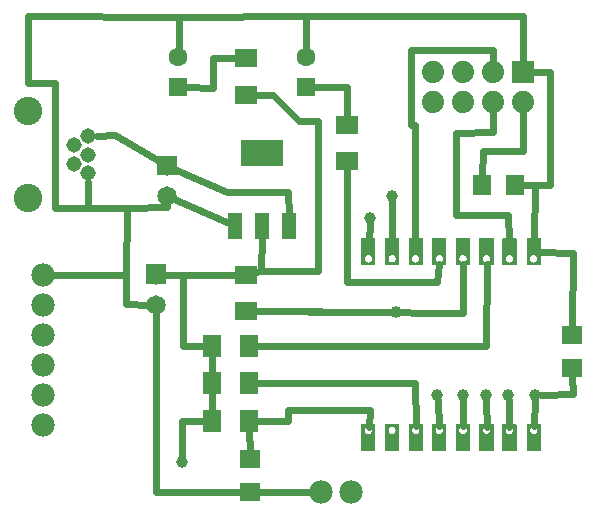
<source format=gtl>
G04 MADE WITH FRITZING*
G04 WWW.FRITZING.ORG*
G04 DOUBLE SIDED*
G04 HOLES PLATED*
G04 CONTOUR ON CENTER OF CONTOUR VECTOR*
%ASAXBY*%
%FSLAX23Y23*%
%MOIN*%
%OFA0B0*%
%SFA1.0B1.0*%
%ADD10C,0.074000*%
%ADD11C,0.039370*%
%ADD12C,0.062992*%
%ADD13C,0.051496*%
%ADD14C,0.094803*%
%ADD15C,0.078000*%
%ADD16C,0.065000*%
%ADD17R,0.074000X0.074000*%
%ADD18R,0.062992X0.062992*%
%ADD19R,0.062992X0.070866*%
%ADD20R,0.070866X0.062992*%
%ADD21R,0.062992X0.074803*%
%ADD22R,0.074803X0.062992*%
%ADD23R,0.048000X0.088000*%
%ADD24R,0.141732X0.086614*%
%ADD25C,0.024000*%
%ADD26R,0.001000X0.001000*%
%LNCOPPER1*%
G90*
G70*
G54D10*
X1701Y1415D03*
X1601Y1415D03*
X1501Y1415D03*
X1401Y1415D03*
X1701Y1515D03*
X1601Y1515D03*
X1501Y1515D03*
X1401Y1515D03*
G54D11*
X1739Y440D03*
X1501Y440D03*
X1651Y440D03*
X1577Y439D03*
G54D12*
X551Y1466D03*
X551Y1565D03*
X976Y1466D03*
X976Y1565D03*
G54D11*
X1264Y1102D03*
X1189Y1027D03*
G54D13*
X251Y1303D03*
X251Y1240D03*
X251Y1177D03*
X204Y1271D03*
X204Y1208D03*
G54D14*
X51Y1096D03*
X51Y1384D03*
G54D13*
X251Y1303D03*
X251Y1240D03*
X251Y1177D03*
X204Y1271D03*
X204Y1208D03*
G54D14*
X51Y1096D03*
X51Y1384D03*
G54D11*
X1276Y715D03*
X564Y215D03*
G54D15*
X1126Y115D03*
X1026Y115D03*
X101Y840D03*
X101Y740D03*
X101Y640D03*
X101Y540D03*
X101Y440D03*
X101Y340D03*
G54D11*
X1414Y440D03*
G54D16*
X514Y1102D03*
X514Y1202D03*
X514Y1102D03*
X514Y1202D03*
X476Y740D03*
X476Y840D03*
X476Y740D03*
X476Y840D03*
G54D17*
X1701Y1515D03*
G54D18*
X551Y1466D03*
X976Y1466D03*
G54D19*
X1564Y1140D03*
X1674Y1140D03*
G54D20*
X1864Y527D03*
X1864Y638D03*
X789Y115D03*
X789Y225D03*
G54D21*
X664Y352D03*
X786Y352D03*
G54D22*
X776Y1440D03*
X776Y1562D03*
X1114Y1340D03*
X1114Y1218D03*
X776Y840D03*
X776Y718D03*
G54D21*
X664Y602D03*
X786Y602D03*
X664Y478D03*
X786Y478D03*
G54D23*
X739Y1002D03*
X830Y1002D03*
X921Y1002D03*
G54D24*
X830Y1246D03*
G54D25*
X1788Y1515D02*
X1733Y1515D01*
D02*
X1788Y1139D02*
X1788Y1515D01*
D02*
X1740Y1138D02*
X1788Y1139D01*
D02*
X1737Y954D02*
X1740Y1138D01*
D02*
X1739Y421D02*
X1737Y334D01*
D02*
X1015Y1352D02*
X1015Y1227D01*
D02*
X953Y1352D02*
X1015Y1352D01*
D02*
X976Y1702D02*
X1701Y1702D01*
D02*
X553Y1700D02*
X976Y1702D01*
D02*
X1701Y1702D02*
X1701Y1546D01*
D02*
X1476Y1038D02*
X1476Y1313D01*
D02*
X1651Y1038D02*
X1476Y1038D01*
D02*
X1476Y1313D02*
X1601Y1315D01*
D02*
X1601Y1315D02*
X1601Y1384D01*
D02*
X1654Y954D02*
X1651Y1038D01*
D02*
X1339Y1339D02*
X1326Y1339D01*
D02*
X1326Y1339D02*
X1326Y1590D01*
D02*
X1326Y1590D02*
X1601Y1590D01*
D02*
X1601Y1590D02*
X1601Y1546D01*
D02*
X1339Y1028D02*
X1339Y1339D01*
D02*
X1341Y954D02*
X1339Y1028D01*
D02*
X1501Y334D02*
X1501Y421D01*
D02*
X1578Y333D02*
X1577Y420D01*
D02*
X1654Y333D02*
X1652Y421D01*
D02*
X915Y390D02*
X1188Y390D01*
D02*
X915Y352D02*
X915Y390D01*
D02*
X1188Y390D02*
X1186Y333D01*
D02*
X812Y352D02*
X915Y352D01*
D02*
X901Y477D02*
X1340Y477D01*
D02*
X1340Y477D02*
X1342Y334D01*
D02*
X812Y478D02*
X901Y477D01*
D02*
X1015Y852D02*
X827Y852D01*
D02*
X827Y852D02*
X808Y848D01*
D02*
X664Y570D02*
X664Y509D01*
D02*
X1015Y1227D02*
X1015Y852D01*
D02*
X664Y446D02*
X664Y384D01*
D02*
X565Y838D02*
X745Y840D01*
D02*
X1576Y602D02*
X1579Y876D01*
D02*
X812Y602D02*
X1576Y602D01*
D02*
X1501Y713D02*
X1500Y876D01*
D02*
X808Y718D02*
X1501Y713D01*
D02*
X1415Y421D02*
X1419Y334D01*
D02*
X553Y1700D02*
X552Y1592D01*
D02*
X976Y1702D02*
X976Y1592D01*
D02*
X1113Y1465D02*
X1003Y1466D01*
D02*
X1114Y1366D02*
X1113Y1465D01*
D02*
X1414Y816D02*
X1113Y816D01*
D02*
X1113Y816D02*
X1114Y1192D01*
D02*
X1419Y876D02*
X1414Y816D01*
D02*
X1264Y1083D02*
X1264Y954D01*
D02*
X1188Y1008D02*
X1186Y954D01*
D02*
X865Y1438D02*
X808Y1439D01*
D02*
X953Y1352D02*
X865Y1438D01*
D02*
X665Y1463D02*
X665Y1563D01*
D02*
X665Y1563D02*
X745Y1562D01*
D02*
X578Y1466D02*
X665Y1463D01*
D02*
X788Y251D02*
X787Y320D01*
D02*
X1865Y913D02*
X1754Y915D01*
D02*
X1864Y663D02*
X1865Y913D01*
D02*
X1865Y441D02*
X1864Y501D01*
D02*
X1758Y440D02*
X1865Y441D01*
D02*
X1740Y1138D02*
X1700Y1139D01*
D02*
X1565Y1252D02*
X1701Y1252D01*
D02*
X1701Y1252D02*
X1701Y1384D01*
D02*
X1564Y1170D02*
X1565Y1252D01*
D02*
X565Y838D02*
X501Y839D01*
D02*
X375Y741D02*
X376Y838D01*
D02*
X452Y740D02*
X375Y741D01*
D02*
X476Y715D02*
X475Y115D01*
D02*
X379Y1063D02*
X514Y1065D01*
D02*
X514Y1065D02*
X514Y1077D01*
D02*
X376Y838D02*
X379Y1063D01*
D02*
X250Y1063D02*
X251Y1150D01*
D02*
X278Y1303D02*
X338Y1304D01*
D02*
X140Y1063D02*
X250Y1063D01*
D02*
X140Y1477D02*
X140Y1063D01*
D02*
X51Y1477D02*
X140Y1477D01*
D02*
X51Y1702D02*
X51Y1477D01*
D02*
X553Y1700D02*
X51Y1702D01*
D02*
X376Y838D02*
X132Y840D01*
D02*
X564Y352D02*
X564Y234D01*
D02*
X638Y352D02*
X564Y352D01*
D02*
X565Y602D02*
X565Y838D01*
D02*
X638Y602D02*
X565Y602D01*
D02*
X808Y718D02*
X1257Y715D01*
D02*
X475Y115D02*
X759Y115D01*
D02*
X819Y115D02*
X996Y115D01*
D02*
X720Y1011D02*
X537Y1092D01*
D02*
X492Y1215D02*
X338Y1304D01*
D02*
X827Y852D02*
X829Y964D01*
D02*
X713Y1115D02*
X537Y1192D01*
D02*
X915Y1114D02*
X713Y1115D01*
D02*
X919Y1041D02*
X915Y1114D01*
D02*
X379Y1063D02*
X250Y1063D01*
G54D26*
X481Y1235D02*
X545Y1235D01*
X481Y1234D02*
X545Y1234D01*
X481Y1233D02*
X545Y1233D01*
X481Y1232D02*
X545Y1232D01*
X481Y1231D02*
X545Y1231D01*
X481Y1230D02*
X545Y1230D01*
X481Y1229D02*
X545Y1229D01*
X481Y1228D02*
X545Y1228D01*
X481Y1227D02*
X545Y1227D01*
X481Y1226D02*
X545Y1226D01*
X481Y1225D02*
X545Y1225D01*
X481Y1224D02*
X545Y1224D01*
X481Y1223D02*
X545Y1223D01*
X481Y1222D02*
X545Y1222D01*
X481Y1221D02*
X545Y1221D01*
X481Y1220D02*
X545Y1220D01*
X481Y1219D02*
X545Y1219D01*
X481Y1218D02*
X545Y1218D01*
X481Y1217D02*
X512Y1217D01*
X514Y1217D02*
X545Y1217D01*
X481Y1216D02*
X508Y1216D01*
X519Y1216D02*
X545Y1216D01*
X481Y1215D02*
X506Y1215D01*
X521Y1215D02*
X545Y1215D01*
X481Y1214D02*
X504Y1214D01*
X522Y1214D02*
X545Y1214D01*
X481Y1213D02*
X503Y1213D01*
X523Y1213D02*
X545Y1213D01*
X481Y1212D02*
X502Y1212D01*
X524Y1212D02*
X545Y1212D01*
X481Y1211D02*
X501Y1211D01*
X525Y1211D02*
X545Y1211D01*
X481Y1210D02*
X501Y1210D01*
X526Y1210D02*
X545Y1210D01*
X481Y1209D02*
X500Y1209D01*
X526Y1209D02*
X545Y1209D01*
X481Y1208D02*
X500Y1208D01*
X527Y1208D02*
X545Y1208D01*
X481Y1207D02*
X500Y1207D01*
X527Y1207D02*
X545Y1207D01*
X481Y1206D02*
X499Y1206D01*
X527Y1206D02*
X545Y1206D01*
X481Y1205D02*
X499Y1205D01*
X527Y1205D02*
X545Y1205D01*
X481Y1204D02*
X499Y1204D01*
X528Y1204D02*
X545Y1204D01*
X481Y1203D02*
X499Y1203D01*
X528Y1203D02*
X545Y1203D01*
X481Y1202D02*
X499Y1202D01*
X527Y1202D02*
X545Y1202D01*
X481Y1201D02*
X499Y1201D01*
X527Y1201D02*
X545Y1201D01*
X481Y1200D02*
X499Y1200D01*
X527Y1200D02*
X545Y1200D01*
X481Y1199D02*
X500Y1199D01*
X527Y1199D02*
X545Y1199D01*
X481Y1198D02*
X500Y1198D01*
X526Y1198D02*
X545Y1198D01*
X481Y1197D02*
X501Y1197D01*
X526Y1197D02*
X545Y1197D01*
X481Y1196D02*
X501Y1196D01*
X525Y1196D02*
X545Y1196D01*
X481Y1195D02*
X502Y1195D01*
X525Y1195D02*
X545Y1195D01*
X481Y1194D02*
X503Y1194D01*
X524Y1194D02*
X545Y1194D01*
X481Y1193D02*
X504Y1193D01*
X523Y1193D02*
X545Y1193D01*
X481Y1192D02*
X505Y1192D01*
X522Y1192D02*
X545Y1192D01*
X481Y1191D02*
X507Y1191D01*
X520Y1191D02*
X545Y1191D01*
X481Y1190D02*
X509Y1190D01*
X517Y1190D02*
X545Y1190D01*
X481Y1189D02*
X545Y1189D01*
X481Y1188D02*
X545Y1188D01*
X481Y1187D02*
X545Y1187D01*
X481Y1186D02*
X545Y1186D01*
X481Y1185D02*
X545Y1185D01*
X481Y1184D02*
X545Y1184D01*
X481Y1183D02*
X545Y1183D01*
X481Y1182D02*
X545Y1182D01*
X481Y1181D02*
X545Y1181D01*
X481Y1180D02*
X545Y1180D01*
X481Y1179D02*
X545Y1179D01*
X481Y1178D02*
X545Y1178D01*
X481Y1177D02*
X545Y1177D01*
X481Y1176D02*
X545Y1176D01*
X481Y1175D02*
X545Y1175D01*
X481Y1174D02*
X545Y1174D01*
X481Y1173D02*
X545Y1173D01*
X481Y1172D02*
X545Y1172D01*
X481Y1171D02*
X545Y1171D01*
X1161Y960D02*
X1207Y960D01*
X1240Y960D02*
X1286Y960D01*
X1319Y960D02*
X1365Y960D01*
X1398Y960D02*
X1443Y960D01*
X1476Y960D02*
X1522Y960D01*
X1555Y960D02*
X1601Y960D01*
X1632Y960D02*
X1677Y960D01*
X1713Y960D02*
X1758Y960D01*
X1161Y959D02*
X1207Y959D01*
X1240Y959D02*
X1286Y959D01*
X1319Y959D02*
X1365Y959D01*
X1397Y959D02*
X1444Y959D01*
X1476Y959D02*
X1522Y959D01*
X1555Y959D02*
X1601Y959D01*
X1631Y959D02*
X1678Y959D01*
X1712Y959D02*
X1759Y959D01*
X1161Y958D02*
X1207Y958D01*
X1240Y958D02*
X1286Y958D01*
X1319Y958D02*
X1365Y958D01*
X1397Y958D02*
X1444Y958D01*
X1476Y958D02*
X1522Y958D01*
X1555Y958D02*
X1601Y958D01*
X1631Y958D02*
X1678Y958D01*
X1712Y958D02*
X1759Y958D01*
X1161Y957D02*
X1207Y957D01*
X1240Y957D02*
X1286Y957D01*
X1319Y957D02*
X1365Y957D01*
X1397Y957D02*
X1444Y957D01*
X1476Y957D02*
X1522Y957D01*
X1555Y957D02*
X1601Y957D01*
X1631Y957D02*
X1678Y957D01*
X1712Y957D02*
X1759Y957D01*
X1161Y956D02*
X1207Y956D01*
X1240Y956D02*
X1286Y956D01*
X1319Y956D02*
X1365Y956D01*
X1397Y956D02*
X1444Y956D01*
X1476Y956D02*
X1522Y956D01*
X1555Y956D02*
X1601Y956D01*
X1631Y956D02*
X1678Y956D01*
X1712Y956D02*
X1759Y956D01*
X1161Y955D02*
X1207Y955D01*
X1240Y955D02*
X1286Y955D01*
X1319Y955D02*
X1365Y955D01*
X1397Y955D02*
X1444Y955D01*
X1476Y955D02*
X1522Y955D01*
X1555Y955D02*
X1601Y955D01*
X1631Y955D02*
X1678Y955D01*
X1712Y955D02*
X1759Y955D01*
X1161Y954D02*
X1207Y954D01*
X1240Y954D02*
X1286Y954D01*
X1319Y954D02*
X1365Y954D01*
X1397Y954D02*
X1444Y954D01*
X1476Y954D02*
X1522Y954D01*
X1555Y954D02*
X1601Y954D01*
X1631Y954D02*
X1678Y954D01*
X1712Y954D02*
X1759Y954D01*
X1161Y953D02*
X1207Y953D01*
X1240Y953D02*
X1286Y953D01*
X1319Y953D02*
X1365Y953D01*
X1397Y953D02*
X1444Y953D01*
X1476Y953D02*
X1522Y953D01*
X1555Y953D02*
X1601Y953D01*
X1631Y953D02*
X1678Y953D01*
X1712Y953D02*
X1759Y953D01*
X1161Y952D02*
X1207Y952D01*
X1240Y952D02*
X1286Y952D01*
X1319Y952D02*
X1365Y952D01*
X1397Y952D02*
X1444Y952D01*
X1476Y952D02*
X1522Y952D01*
X1555Y952D02*
X1601Y952D01*
X1631Y952D02*
X1678Y952D01*
X1712Y952D02*
X1759Y952D01*
X1161Y951D02*
X1207Y951D01*
X1240Y951D02*
X1286Y951D01*
X1319Y951D02*
X1365Y951D01*
X1397Y951D02*
X1444Y951D01*
X1476Y951D02*
X1522Y951D01*
X1555Y951D02*
X1601Y951D01*
X1631Y951D02*
X1678Y951D01*
X1712Y951D02*
X1759Y951D01*
X1161Y950D02*
X1207Y950D01*
X1240Y950D02*
X1286Y950D01*
X1319Y950D02*
X1365Y950D01*
X1397Y950D02*
X1444Y950D01*
X1476Y950D02*
X1522Y950D01*
X1555Y950D02*
X1601Y950D01*
X1631Y950D02*
X1678Y950D01*
X1712Y950D02*
X1759Y950D01*
X1161Y949D02*
X1207Y949D01*
X1240Y949D02*
X1286Y949D01*
X1319Y949D02*
X1365Y949D01*
X1397Y949D02*
X1444Y949D01*
X1476Y949D02*
X1522Y949D01*
X1555Y949D02*
X1601Y949D01*
X1631Y949D02*
X1678Y949D01*
X1712Y949D02*
X1759Y949D01*
X1161Y948D02*
X1207Y948D01*
X1240Y948D02*
X1286Y948D01*
X1319Y948D02*
X1365Y948D01*
X1397Y948D02*
X1444Y948D01*
X1476Y948D02*
X1522Y948D01*
X1555Y948D02*
X1601Y948D01*
X1631Y948D02*
X1678Y948D01*
X1712Y948D02*
X1759Y948D01*
X1161Y947D02*
X1207Y947D01*
X1240Y947D02*
X1286Y947D01*
X1319Y947D02*
X1365Y947D01*
X1397Y947D02*
X1444Y947D01*
X1476Y947D02*
X1522Y947D01*
X1555Y947D02*
X1601Y947D01*
X1631Y947D02*
X1678Y947D01*
X1712Y947D02*
X1759Y947D01*
X1161Y946D02*
X1207Y946D01*
X1240Y946D02*
X1286Y946D01*
X1319Y946D02*
X1365Y946D01*
X1397Y946D02*
X1444Y946D01*
X1476Y946D02*
X1522Y946D01*
X1555Y946D02*
X1601Y946D01*
X1631Y946D02*
X1678Y946D01*
X1712Y946D02*
X1759Y946D01*
X1161Y945D02*
X1207Y945D01*
X1240Y945D02*
X1286Y945D01*
X1319Y945D02*
X1365Y945D01*
X1397Y945D02*
X1444Y945D01*
X1476Y945D02*
X1522Y945D01*
X1555Y945D02*
X1601Y945D01*
X1631Y945D02*
X1678Y945D01*
X1712Y945D02*
X1759Y945D01*
X1161Y944D02*
X1207Y944D01*
X1240Y944D02*
X1286Y944D01*
X1319Y944D02*
X1365Y944D01*
X1397Y944D02*
X1444Y944D01*
X1476Y944D02*
X1522Y944D01*
X1555Y944D02*
X1601Y944D01*
X1631Y944D02*
X1678Y944D01*
X1712Y944D02*
X1759Y944D01*
X1161Y943D02*
X1207Y943D01*
X1240Y943D02*
X1286Y943D01*
X1319Y943D02*
X1365Y943D01*
X1397Y943D02*
X1444Y943D01*
X1476Y943D02*
X1522Y943D01*
X1555Y943D02*
X1601Y943D01*
X1631Y943D02*
X1678Y943D01*
X1712Y943D02*
X1759Y943D01*
X1161Y942D02*
X1207Y942D01*
X1240Y942D02*
X1286Y942D01*
X1319Y942D02*
X1365Y942D01*
X1397Y942D02*
X1444Y942D01*
X1476Y942D02*
X1522Y942D01*
X1555Y942D02*
X1601Y942D01*
X1631Y942D02*
X1678Y942D01*
X1712Y942D02*
X1759Y942D01*
X1161Y941D02*
X1207Y941D01*
X1240Y941D02*
X1286Y941D01*
X1319Y941D02*
X1365Y941D01*
X1397Y941D02*
X1444Y941D01*
X1476Y941D02*
X1522Y941D01*
X1555Y941D02*
X1601Y941D01*
X1631Y941D02*
X1678Y941D01*
X1712Y941D02*
X1759Y941D01*
X1161Y940D02*
X1207Y940D01*
X1240Y940D02*
X1286Y940D01*
X1319Y940D02*
X1365Y940D01*
X1397Y940D02*
X1444Y940D01*
X1476Y940D02*
X1522Y940D01*
X1555Y940D02*
X1601Y940D01*
X1631Y940D02*
X1678Y940D01*
X1712Y940D02*
X1759Y940D01*
X1161Y939D02*
X1207Y939D01*
X1240Y939D02*
X1286Y939D01*
X1319Y939D02*
X1365Y939D01*
X1397Y939D02*
X1444Y939D01*
X1476Y939D02*
X1522Y939D01*
X1555Y939D02*
X1601Y939D01*
X1631Y939D02*
X1678Y939D01*
X1712Y939D02*
X1759Y939D01*
X1161Y938D02*
X1207Y938D01*
X1240Y938D02*
X1286Y938D01*
X1319Y938D02*
X1365Y938D01*
X1397Y938D02*
X1444Y938D01*
X1476Y938D02*
X1522Y938D01*
X1555Y938D02*
X1601Y938D01*
X1631Y938D02*
X1678Y938D01*
X1712Y938D02*
X1759Y938D01*
X1161Y937D02*
X1207Y937D01*
X1240Y937D02*
X1286Y937D01*
X1319Y937D02*
X1365Y937D01*
X1397Y937D02*
X1444Y937D01*
X1476Y937D02*
X1522Y937D01*
X1555Y937D02*
X1601Y937D01*
X1631Y937D02*
X1678Y937D01*
X1712Y937D02*
X1759Y937D01*
X1161Y936D02*
X1207Y936D01*
X1240Y936D02*
X1286Y936D01*
X1319Y936D02*
X1365Y936D01*
X1397Y936D02*
X1444Y936D01*
X1476Y936D02*
X1522Y936D01*
X1555Y936D02*
X1601Y936D01*
X1631Y936D02*
X1678Y936D01*
X1712Y936D02*
X1759Y936D01*
X1161Y935D02*
X1207Y935D01*
X1240Y935D02*
X1286Y935D01*
X1319Y935D02*
X1365Y935D01*
X1397Y935D02*
X1444Y935D01*
X1476Y935D02*
X1522Y935D01*
X1555Y935D02*
X1601Y935D01*
X1631Y935D02*
X1678Y935D01*
X1712Y935D02*
X1759Y935D01*
X1161Y934D02*
X1207Y934D01*
X1240Y934D02*
X1286Y934D01*
X1319Y934D02*
X1365Y934D01*
X1397Y934D02*
X1444Y934D01*
X1476Y934D02*
X1522Y934D01*
X1555Y934D02*
X1601Y934D01*
X1631Y934D02*
X1678Y934D01*
X1712Y934D02*
X1759Y934D01*
X1161Y933D02*
X1207Y933D01*
X1240Y933D02*
X1286Y933D01*
X1319Y933D02*
X1365Y933D01*
X1397Y933D02*
X1444Y933D01*
X1476Y933D02*
X1522Y933D01*
X1555Y933D02*
X1601Y933D01*
X1631Y933D02*
X1678Y933D01*
X1712Y933D02*
X1759Y933D01*
X1161Y932D02*
X1207Y932D01*
X1240Y932D02*
X1286Y932D01*
X1319Y932D02*
X1365Y932D01*
X1397Y932D02*
X1444Y932D01*
X1476Y932D02*
X1522Y932D01*
X1555Y932D02*
X1601Y932D01*
X1631Y932D02*
X1678Y932D01*
X1712Y932D02*
X1759Y932D01*
X1161Y931D02*
X1207Y931D01*
X1240Y931D02*
X1286Y931D01*
X1319Y931D02*
X1365Y931D01*
X1397Y931D02*
X1444Y931D01*
X1476Y931D02*
X1522Y931D01*
X1555Y931D02*
X1601Y931D01*
X1631Y931D02*
X1678Y931D01*
X1712Y931D02*
X1759Y931D01*
X1161Y930D02*
X1207Y930D01*
X1240Y930D02*
X1286Y930D01*
X1319Y930D02*
X1365Y930D01*
X1397Y930D02*
X1444Y930D01*
X1476Y930D02*
X1522Y930D01*
X1555Y930D02*
X1601Y930D01*
X1631Y930D02*
X1678Y930D01*
X1712Y930D02*
X1759Y930D01*
X1161Y929D02*
X1207Y929D01*
X1240Y929D02*
X1286Y929D01*
X1319Y929D02*
X1365Y929D01*
X1397Y929D02*
X1444Y929D01*
X1476Y929D02*
X1522Y929D01*
X1555Y929D02*
X1601Y929D01*
X1631Y929D02*
X1678Y929D01*
X1712Y929D02*
X1759Y929D01*
X1161Y928D02*
X1207Y928D01*
X1240Y928D02*
X1286Y928D01*
X1319Y928D02*
X1365Y928D01*
X1397Y928D02*
X1444Y928D01*
X1476Y928D02*
X1522Y928D01*
X1555Y928D02*
X1601Y928D01*
X1631Y928D02*
X1678Y928D01*
X1712Y928D02*
X1759Y928D01*
X1161Y927D02*
X1207Y927D01*
X1240Y927D02*
X1286Y927D01*
X1319Y927D02*
X1365Y927D01*
X1397Y927D02*
X1444Y927D01*
X1476Y927D02*
X1522Y927D01*
X1555Y927D02*
X1601Y927D01*
X1631Y927D02*
X1678Y927D01*
X1712Y927D02*
X1759Y927D01*
X1161Y926D02*
X1207Y926D01*
X1240Y926D02*
X1286Y926D01*
X1319Y926D02*
X1365Y926D01*
X1397Y926D02*
X1444Y926D01*
X1476Y926D02*
X1522Y926D01*
X1555Y926D02*
X1601Y926D01*
X1631Y926D02*
X1678Y926D01*
X1712Y926D02*
X1759Y926D01*
X1161Y925D02*
X1207Y925D01*
X1240Y925D02*
X1286Y925D01*
X1319Y925D02*
X1365Y925D01*
X1397Y925D02*
X1444Y925D01*
X1476Y925D02*
X1522Y925D01*
X1555Y925D02*
X1601Y925D01*
X1631Y925D02*
X1678Y925D01*
X1712Y925D02*
X1759Y925D01*
X1161Y924D02*
X1207Y924D01*
X1240Y924D02*
X1286Y924D01*
X1319Y924D02*
X1365Y924D01*
X1397Y924D02*
X1444Y924D01*
X1476Y924D02*
X1522Y924D01*
X1555Y924D02*
X1601Y924D01*
X1631Y924D02*
X1678Y924D01*
X1712Y924D02*
X1759Y924D01*
X1161Y923D02*
X1207Y923D01*
X1240Y923D02*
X1286Y923D01*
X1319Y923D02*
X1365Y923D01*
X1397Y923D02*
X1444Y923D01*
X1476Y923D02*
X1522Y923D01*
X1555Y923D02*
X1601Y923D01*
X1631Y923D02*
X1678Y923D01*
X1712Y923D02*
X1759Y923D01*
X1161Y922D02*
X1207Y922D01*
X1240Y922D02*
X1286Y922D01*
X1319Y922D02*
X1365Y922D01*
X1397Y922D02*
X1444Y922D01*
X1476Y922D02*
X1522Y922D01*
X1555Y922D02*
X1601Y922D01*
X1631Y922D02*
X1678Y922D01*
X1712Y922D02*
X1759Y922D01*
X1161Y921D02*
X1207Y921D01*
X1240Y921D02*
X1286Y921D01*
X1319Y921D02*
X1365Y921D01*
X1397Y921D02*
X1444Y921D01*
X1476Y921D02*
X1522Y921D01*
X1555Y921D02*
X1601Y921D01*
X1631Y921D02*
X1678Y921D01*
X1712Y921D02*
X1759Y921D01*
X1161Y920D02*
X1207Y920D01*
X1240Y920D02*
X1286Y920D01*
X1319Y920D02*
X1365Y920D01*
X1397Y920D02*
X1444Y920D01*
X1476Y920D02*
X1522Y920D01*
X1555Y920D02*
X1601Y920D01*
X1631Y920D02*
X1678Y920D01*
X1712Y920D02*
X1759Y920D01*
X1161Y919D02*
X1207Y919D01*
X1240Y919D02*
X1286Y919D01*
X1319Y919D02*
X1365Y919D01*
X1397Y919D02*
X1444Y919D01*
X1476Y919D02*
X1522Y919D01*
X1555Y919D02*
X1601Y919D01*
X1631Y919D02*
X1678Y919D01*
X1712Y919D02*
X1759Y919D01*
X1161Y918D02*
X1207Y918D01*
X1240Y918D02*
X1286Y918D01*
X1319Y918D02*
X1365Y918D01*
X1397Y918D02*
X1444Y918D01*
X1476Y918D02*
X1522Y918D01*
X1555Y918D02*
X1601Y918D01*
X1631Y918D02*
X1678Y918D01*
X1712Y918D02*
X1759Y918D01*
X1161Y917D02*
X1207Y917D01*
X1240Y917D02*
X1286Y917D01*
X1319Y917D02*
X1365Y917D01*
X1397Y917D02*
X1444Y917D01*
X1476Y917D02*
X1522Y917D01*
X1555Y917D02*
X1601Y917D01*
X1631Y917D02*
X1678Y917D01*
X1712Y917D02*
X1759Y917D01*
X1161Y916D02*
X1207Y916D01*
X1240Y916D02*
X1286Y916D01*
X1319Y916D02*
X1365Y916D01*
X1397Y916D02*
X1444Y916D01*
X1476Y916D02*
X1522Y916D01*
X1555Y916D02*
X1601Y916D01*
X1631Y916D02*
X1678Y916D01*
X1712Y916D02*
X1759Y916D01*
X1161Y915D02*
X1207Y915D01*
X1240Y915D02*
X1286Y915D01*
X1319Y915D02*
X1365Y915D01*
X1397Y915D02*
X1444Y915D01*
X1476Y915D02*
X1522Y915D01*
X1555Y915D02*
X1601Y915D01*
X1631Y915D02*
X1678Y915D01*
X1712Y915D02*
X1759Y915D01*
X1161Y914D02*
X1207Y914D01*
X1240Y914D02*
X1286Y914D01*
X1319Y914D02*
X1365Y914D01*
X1397Y914D02*
X1444Y914D01*
X1476Y914D02*
X1522Y914D01*
X1555Y914D02*
X1601Y914D01*
X1631Y914D02*
X1678Y914D01*
X1712Y914D02*
X1759Y914D01*
X1161Y913D02*
X1207Y913D01*
X1240Y913D02*
X1286Y913D01*
X1319Y913D02*
X1365Y913D01*
X1397Y913D02*
X1444Y913D01*
X1476Y913D02*
X1522Y913D01*
X1555Y913D02*
X1601Y913D01*
X1631Y913D02*
X1678Y913D01*
X1712Y913D02*
X1759Y913D01*
X1161Y912D02*
X1207Y912D01*
X1240Y912D02*
X1286Y912D01*
X1319Y912D02*
X1365Y912D01*
X1397Y912D02*
X1444Y912D01*
X1476Y912D02*
X1522Y912D01*
X1555Y912D02*
X1601Y912D01*
X1631Y912D02*
X1678Y912D01*
X1712Y912D02*
X1759Y912D01*
X1161Y911D02*
X1207Y911D01*
X1240Y911D02*
X1286Y911D01*
X1319Y911D02*
X1365Y911D01*
X1397Y911D02*
X1444Y911D01*
X1476Y911D02*
X1522Y911D01*
X1555Y911D02*
X1601Y911D01*
X1631Y911D02*
X1678Y911D01*
X1712Y911D02*
X1759Y911D01*
X1161Y910D02*
X1207Y910D01*
X1240Y910D02*
X1286Y910D01*
X1319Y910D02*
X1365Y910D01*
X1397Y910D02*
X1444Y910D01*
X1476Y910D02*
X1522Y910D01*
X1555Y910D02*
X1601Y910D01*
X1631Y910D02*
X1678Y910D01*
X1712Y910D02*
X1759Y910D01*
X1161Y909D02*
X1207Y909D01*
X1240Y909D02*
X1286Y909D01*
X1319Y909D02*
X1365Y909D01*
X1397Y909D02*
X1444Y909D01*
X1476Y909D02*
X1522Y909D01*
X1555Y909D02*
X1601Y909D01*
X1631Y909D02*
X1678Y909D01*
X1712Y909D02*
X1759Y909D01*
X1161Y908D02*
X1207Y908D01*
X1240Y908D02*
X1286Y908D01*
X1319Y908D02*
X1365Y908D01*
X1397Y908D02*
X1444Y908D01*
X1476Y908D02*
X1522Y908D01*
X1555Y908D02*
X1601Y908D01*
X1631Y908D02*
X1678Y908D01*
X1712Y908D02*
X1759Y908D01*
X1161Y907D02*
X1207Y907D01*
X1240Y907D02*
X1286Y907D01*
X1319Y907D02*
X1365Y907D01*
X1397Y907D02*
X1444Y907D01*
X1476Y907D02*
X1522Y907D01*
X1555Y907D02*
X1601Y907D01*
X1631Y907D02*
X1678Y907D01*
X1712Y907D02*
X1759Y907D01*
X1161Y906D02*
X1207Y906D01*
X1240Y906D02*
X1286Y906D01*
X1319Y906D02*
X1365Y906D01*
X1397Y906D02*
X1444Y906D01*
X1476Y906D02*
X1522Y906D01*
X1555Y906D02*
X1601Y906D01*
X1631Y906D02*
X1678Y906D01*
X1712Y906D02*
X1759Y906D01*
X1161Y905D02*
X1207Y905D01*
X1240Y905D02*
X1286Y905D01*
X1319Y905D02*
X1365Y905D01*
X1397Y905D02*
X1444Y905D01*
X1476Y905D02*
X1522Y905D01*
X1555Y905D02*
X1601Y905D01*
X1631Y905D02*
X1678Y905D01*
X1712Y905D02*
X1759Y905D01*
X1161Y904D02*
X1183Y904D01*
X1186Y904D02*
X1207Y904D01*
X1240Y904D02*
X1262Y904D01*
X1265Y904D02*
X1286Y904D01*
X1319Y904D02*
X1340Y904D01*
X1343Y904D02*
X1365Y904D01*
X1397Y904D02*
X1419Y904D01*
X1422Y904D02*
X1444Y904D01*
X1476Y904D02*
X1498Y904D01*
X1501Y904D02*
X1522Y904D01*
X1555Y904D02*
X1576Y904D01*
X1580Y904D02*
X1601Y904D01*
X1631Y904D02*
X1653Y904D01*
X1656Y904D02*
X1678Y904D01*
X1712Y904D02*
X1734Y904D01*
X1737Y904D02*
X1759Y904D01*
X1161Y903D02*
X1179Y903D01*
X1190Y903D02*
X1207Y903D01*
X1240Y903D02*
X1258Y903D01*
X1269Y903D02*
X1286Y903D01*
X1319Y903D02*
X1336Y903D01*
X1347Y903D02*
X1365Y903D01*
X1397Y903D02*
X1415Y903D01*
X1426Y903D02*
X1444Y903D01*
X1476Y903D02*
X1494Y903D01*
X1505Y903D02*
X1522Y903D01*
X1555Y903D02*
X1572Y903D01*
X1583Y903D02*
X1601Y903D01*
X1631Y903D02*
X1649Y903D01*
X1660Y903D02*
X1678Y903D01*
X1712Y903D02*
X1730Y903D01*
X1741Y903D02*
X1759Y903D01*
X1161Y902D02*
X1177Y902D01*
X1192Y902D02*
X1207Y902D01*
X1240Y902D02*
X1256Y902D01*
X1270Y902D02*
X1286Y902D01*
X1319Y902D02*
X1335Y902D01*
X1349Y902D02*
X1365Y902D01*
X1397Y902D02*
X1413Y902D01*
X1428Y902D02*
X1444Y902D01*
X1476Y902D02*
X1492Y902D01*
X1507Y902D02*
X1522Y902D01*
X1555Y902D02*
X1571Y902D01*
X1585Y902D02*
X1601Y902D01*
X1631Y902D02*
X1647Y902D01*
X1662Y902D02*
X1678Y902D01*
X1712Y902D02*
X1728Y902D01*
X1743Y902D02*
X1759Y902D01*
X1161Y901D02*
X1176Y901D01*
X1193Y901D02*
X1207Y901D01*
X1240Y901D02*
X1255Y901D01*
X1272Y901D02*
X1286Y901D01*
X1319Y901D02*
X1333Y901D01*
X1350Y901D02*
X1365Y901D01*
X1397Y901D02*
X1412Y901D01*
X1429Y901D02*
X1444Y901D01*
X1476Y901D02*
X1491Y901D01*
X1508Y901D02*
X1522Y901D01*
X1555Y901D02*
X1569Y901D01*
X1587Y901D02*
X1601Y901D01*
X1631Y901D02*
X1646Y901D01*
X1663Y901D02*
X1678Y901D01*
X1712Y901D02*
X1727Y901D01*
X1744Y901D02*
X1759Y901D01*
X1161Y900D02*
X1175Y900D01*
X1194Y900D02*
X1207Y900D01*
X1240Y900D02*
X1254Y900D01*
X1273Y900D02*
X1286Y900D01*
X1319Y900D02*
X1332Y900D01*
X1351Y900D02*
X1365Y900D01*
X1397Y900D02*
X1411Y900D01*
X1430Y900D02*
X1444Y900D01*
X1476Y900D02*
X1490Y900D01*
X1509Y900D02*
X1522Y900D01*
X1555Y900D02*
X1568Y900D01*
X1588Y900D02*
X1601Y900D01*
X1631Y900D02*
X1645Y900D01*
X1664Y900D02*
X1678Y900D01*
X1712Y900D02*
X1726Y900D01*
X1745Y900D02*
X1759Y900D01*
X1161Y899D02*
X1174Y899D01*
X1195Y899D02*
X1207Y899D01*
X1240Y899D02*
X1253Y899D01*
X1273Y899D02*
X1286Y899D01*
X1319Y899D02*
X1331Y899D01*
X1352Y899D02*
X1365Y899D01*
X1397Y899D02*
X1410Y899D01*
X1431Y899D02*
X1444Y899D01*
X1476Y899D02*
X1489Y899D01*
X1510Y899D02*
X1522Y899D01*
X1555Y899D02*
X1568Y899D01*
X1588Y899D02*
X1601Y899D01*
X1631Y899D02*
X1644Y899D01*
X1665Y899D02*
X1678Y899D01*
X1712Y899D02*
X1725Y899D01*
X1746Y899D02*
X1759Y899D01*
X1161Y898D02*
X1173Y898D01*
X1195Y898D02*
X1207Y898D01*
X1240Y898D02*
X1252Y898D01*
X1274Y898D02*
X1286Y898D01*
X1319Y898D02*
X1331Y898D01*
X1353Y898D02*
X1365Y898D01*
X1397Y898D02*
X1409Y898D01*
X1431Y898D02*
X1444Y898D01*
X1476Y898D02*
X1488Y898D01*
X1510Y898D02*
X1522Y898D01*
X1555Y898D02*
X1567Y898D01*
X1589Y898D02*
X1601Y898D01*
X1631Y898D02*
X1643Y898D01*
X1665Y898D02*
X1678Y898D01*
X1712Y898D02*
X1724Y898D01*
X1746Y898D02*
X1759Y898D01*
X1161Y897D02*
X1173Y897D01*
X1196Y897D02*
X1207Y897D01*
X1240Y897D02*
X1252Y897D01*
X1275Y897D02*
X1286Y897D01*
X1319Y897D02*
X1330Y897D01*
X1353Y897D02*
X1365Y897D01*
X1397Y897D02*
X1409Y897D01*
X1432Y897D02*
X1444Y897D01*
X1476Y897D02*
X1488Y897D01*
X1511Y897D02*
X1522Y897D01*
X1555Y897D02*
X1566Y897D01*
X1590Y897D02*
X1601Y897D01*
X1631Y897D02*
X1643Y897D01*
X1666Y897D02*
X1678Y897D01*
X1712Y897D02*
X1724Y897D01*
X1747Y897D02*
X1759Y897D01*
X1161Y896D02*
X1172Y896D01*
X1196Y896D02*
X1207Y896D01*
X1240Y896D02*
X1251Y896D01*
X1275Y896D02*
X1286Y896D01*
X1319Y896D02*
X1330Y896D01*
X1354Y896D02*
X1365Y896D01*
X1397Y896D02*
X1409Y896D01*
X1432Y896D02*
X1444Y896D01*
X1476Y896D02*
X1487Y896D01*
X1511Y896D02*
X1522Y896D01*
X1555Y896D02*
X1566Y896D01*
X1590Y896D02*
X1601Y896D01*
X1631Y896D02*
X1643Y896D01*
X1666Y896D02*
X1678Y896D01*
X1712Y896D02*
X1723Y896D01*
X1747Y896D02*
X1759Y896D01*
X1161Y895D02*
X1172Y895D01*
X1197Y895D02*
X1207Y895D01*
X1240Y895D02*
X1251Y895D01*
X1275Y895D02*
X1286Y895D01*
X1319Y895D02*
X1330Y895D01*
X1354Y895D02*
X1365Y895D01*
X1397Y895D02*
X1408Y895D01*
X1433Y895D02*
X1444Y895D01*
X1476Y895D02*
X1487Y895D01*
X1511Y895D02*
X1522Y895D01*
X1555Y895D02*
X1566Y895D01*
X1590Y895D02*
X1601Y895D01*
X1631Y895D02*
X1642Y895D01*
X1667Y895D02*
X1678Y895D01*
X1712Y895D02*
X1723Y895D01*
X1748Y895D02*
X1759Y895D01*
X1161Y894D02*
X1172Y894D01*
X1197Y894D02*
X1207Y894D01*
X1240Y894D02*
X1251Y894D01*
X1276Y894D02*
X1286Y894D01*
X1319Y894D02*
X1329Y894D01*
X1354Y894D02*
X1365Y894D01*
X1397Y894D02*
X1408Y894D01*
X1433Y894D02*
X1444Y894D01*
X1476Y894D02*
X1487Y894D01*
X1512Y894D02*
X1522Y894D01*
X1555Y894D02*
X1566Y894D01*
X1590Y894D02*
X1601Y894D01*
X1631Y894D02*
X1642Y894D01*
X1667Y894D02*
X1678Y894D01*
X1712Y894D02*
X1723Y894D01*
X1748Y894D02*
X1759Y894D01*
X1161Y893D02*
X1172Y893D01*
X1197Y893D02*
X1207Y893D01*
X1240Y893D02*
X1251Y893D01*
X1276Y893D02*
X1286Y893D01*
X1319Y893D02*
X1329Y893D01*
X1354Y893D02*
X1365Y893D01*
X1397Y893D02*
X1408Y893D01*
X1433Y893D02*
X1444Y893D01*
X1476Y893D02*
X1487Y893D01*
X1512Y893D02*
X1522Y893D01*
X1555Y893D02*
X1565Y893D01*
X1591Y893D02*
X1601Y893D01*
X1631Y893D02*
X1642Y893D01*
X1667Y893D02*
X1678Y893D01*
X1712Y893D02*
X1723Y893D01*
X1748Y893D02*
X1759Y893D01*
X1161Y892D02*
X1172Y892D01*
X1197Y892D02*
X1207Y892D01*
X1240Y892D02*
X1250Y892D01*
X1276Y892D02*
X1286Y892D01*
X1319Y892D02*
X1329Y892D01*
X1354Y892D02*
X1365Y892D01*
X1397Y892D02*
X1408Y892D01*
X1433Y892D02*
X1444Y892D01*
X1476Y892D02*
X1487Y892D01*
X1512Y892D02*
X1522Y892D01*
X1555Y892D02*
X1565Y892D01*
X1591Y892D02*
X1601Y892D01*
X1631Y892D02*
X1642Y892D01*
X1667Y892D02*
X1678Y892D01*
X1712Y892D02*
X1723Y892D01*
X1748Y892D02*
X1759Y892D01*
X1161Y891D02*
X1172Y891D01*
X1197Y891D02*
X1207Y891D01*
X1240Y891D02*
X1251Y891D01*
X1276Y891D02*
X1286Y891D01*
X1319Y891D02*
X1329Y891D01*
X1354Y891D02*
X1365Y891D01*
X1397Y891D02*
X1408Y891D01*
X1433Y891D02*
X1444Y891D01*
X1476Y891D02*
X1487Y891D01*
X1512Y891D02*
X1522Y891D01*
X1555Y891D02*
X1565Y891D01*
X1591Y891D02*
X1601Y891D01*
X1631Y891D02*
X1642Y891D01*
X1667Y891D02*
X1678Y891D01*
X1712Y891D02*
X1723Y891D01*
X1748Y891D02*
X1759Y891D01*
X1161Y890D02*
X1172Y890D01*
X1197Y890D02*
X1207Y890D01*
X1240Y890D02*
X1251Y890D01*
X1276Y890D02*
X1286Y890D01*
X1319Y890D02*
X1329Y890D01*
X1354Y890D02*
X1365Y890D01*
X1397Y890D02*
X1408Y890D01*
X1433Y890D02*
X1444Y890D01*
X1476Y890D02*
X1487Y890D01*
X1512Y890D02*
X1522Y890D01*
X1555Y890D02*
X1566Y890D01*
X1590Y890D02*
X1601Y890D01*
X1631Y890D02*
X1642Y890D01*
X1667Y890D02*
X1678Y890D01*
X1712Y890D02*
X1723Y890D01*
X1748Y890D02*
X1759Y890D01*
X1161Y889D02*
X1172Y889D01*
X1197Y889D02*
X1207Y889D01*
X1240Y889D02*
X1251Y889D01*
X1275Y889D02*
X1286Y889D01*
X1319Y889D02*
X1330Y889D01*
X1354Y889D02*
X1365Y889D01*
X1397Y889D02*
X1408Y889D01*
X1433Y889D02*
X1444Y889D01*
X1476Y889D02*
X1487Y889D01*
X1511Y889D02*
X1522Y889D01*
X1555Y889D02*
X1566Y889D01*
X1590Y889D02*
X1601Y889D01*
X1631Y889D02*
X1642Y889D01*
X1667Y889D02*
X1678Y889D01*
X1712Y889D02*
X1723Y889D01*
X1748Y889D02*
X1759Y889D01*
X1161Y888D02*
X1172Y888D01*
X1196Y888D02*
X1207Y888D01*
X1240Y888D02*
X1251Y888D01*
X1275Y888D02*
X1286Y888D01*
X1319Y888D02*
X1330Y888D01*
X1354Y888D02*
X1365Y888D01*
X1397Y888D02*
X1409Y888D01*
X1432Y888D02*
X1444Y888D01*
X1476Y888D02*
X1487Y888D01*
X1511Y888D02*
X1522Y888D01*
X1555Y888D02*
X1566Y888D01*
X1590Y888D02*
X1601Y888D01*
X1631Y888D02*
X1643Y888D01*
X1666Y888D02*
X1678Y888D01*
X1712Y888D02*
X1723Y888D01*
X1747Y888D02*
X1759Y888D01*
X1161Y887D02*
X1173Y887D01*
X1196Y887D02*
X1207Y887D01*
X1240Y887D02*
X1252Y887D01*
X1275Y887D02*
X1286Y887D01*
X1319Y887D02*
X1330Y887D01*
X1353Y887D02*
X1365Y887D01*
X1397Y887D02*
X1409Y887D01*
X1432Y887D02*
X1444Y887D01*
X1476Y887D02*
X1488Y887D01*
X1511Y887D02*
X1522Y887D01*
X1555Y887D02*
X1566Y887D01*
X1590Y887D02*
X1601Y887D01*
X1631Y887D02*
X1643Y887D01*
X1666Y887D02*
X1678Y887D01*
X1712Y887D02*
X1724Y887D01*
X1747Y887D02*
X1759Y887D01*
X1161Y886D02*
X1173Y886D01*
X1195Y886D02*
X1207Y886D01*
X1240Y886D02*
X1252Y886D01*
X1274Y886D02*
X1286Y886D01*
X1319Y886D02*
X1331Y886D01*
X1353Y886D02*
X1365Y886D01*
X1397Y886D02*
X1409Y886D01*
X1431Y886D02*
X1444Y886D01*
X1476Y886D02*
X1488Y886D01*
X1510Y886D02*
X1522Y886D01*
X1555Y886D02*
X1567Y886D01*
X1589Y886D02*
X1601Y886D01*
X1631Y886D02*
X1643Y886D01*
X1665Y886D02*
X1678Y886D01*
X1712Y886D02*
X1724Y886D01*
X1746Y886D02*
X1759Y886D01*
X1161Y885D02*
X1174Y885D01*
X1195Y885D02*
X1207Y885D01*
X1240Y885D02*
X1253Y885D01*
X1273Y885D02*
X1286Y885D01*
X1319Y885D02*
X1331Y885D01*
X1352Y885D02*
X1365Y885D01*
X1397Y885D02*
X1410Y885D01*
X1431Y885D02*
X1444Y885D01*
X1476Y885D02*
X1489Y885D01*
X1510Y885D02*
X1522Y885D01*
X1555Y885D02*
X1568Y885D01*
X1588Y885D02*
X1601Y885D01*
X1631Y885D02*
X1644Y885D01*
X1665Y885D02*
X1678Y885D01*
X1712Y885D02*
X1725Y885D01*
X1746Y885D02*
X1759Y885D01*
X1161Y884D02*
X1175Y884D01*
X1194Y884D02*
X1207Y884D01*
X1240Y884D02*
X1253Y884D01*
X1273Y884D02*
X1286Y884D01*
X1319Y884D02*
X1332Y884D01*
X1351Y884D02*
X1365Y884D01*
X1397Y884D02*
X1411Y884D01*
X1430Y884D02*
X1444Y884D01*
X1476Y884D02*
X1490Y884D01*
X1509Y884D02*
X1522Y884D01*
X1555Y884D02*
X1568Y884D01*
X1588Y884D02*
X1601Y884D01*
X1631Y884D02*
X1645Y884D01*
X1664Y884D02*
X1678Y884D01*
X1712Y884D02*
X1726Y884D01*
X1745Y884D02*
X1759Y884D01*
X1161Y883D02*
X1176Y883D01*
X1193Y883D02*
X1207Y883D01*
X1240Y883D02*
X1254Y883D01*
X1272Y883D02*
X1286Y883D01*
X1319Y883D02*
X1333Y883D01*
X1350Y883D02*
X1365Y883D01*
X1397Y883D02*
X1412Y883D01*
X1429Y883D02*
X1444Y883D01*
X1476Y883D02*
X1491Y883D01*
X1508Y883D02*
X1522Y883D01*
X1555Y883D02*
X1569Y883D01*
X1587Y883D02*
X1601Y883D01*
X1631Y883D02*
X1646Y883D01*
X1663Y883D02*
X1678Y883D01*
X1712Y883D02*
X1727Y883D01*
X1744Y883D02*
X1759Y883D01*
X1161Y882D02*
X1177Y882D01*
X1192Y882D02*
X1207Y882D01*
X1240Y882D02*
X1256Y882D01*
X1270Y882D02*
X1286Y882D01*
X1319Y882D02*
X1334Y882D01*
X1349Y882D02*
X1365Y882D01*
X1397Y882D02*
X1413Y882D01*
X1428Y882D02*
X1444Y882D01*
X1476Y882D02*
X1492Y882D01*
X1507Y882D02*
X1522Y882D01*
X1555Y882D02*
X1571Y882D01*
X1585Y882D02*
X1601Y882D01*
X1631Y882D02*
X1647Y882D01*
X1662Y882D02*
X1678Y882D01*
X1712Y882D02*
X1728Y882D01*
X1743Y882D02*
X1759Y882D01*
X1161Y881D02*
X1179Y881D01*
X1190Y881D02*
X1207Y881D01*
X1240Y881D02*
X1257Y881D01*
X1269Y881D02*
X1286Y881D01*
X1319Y881D02*
X1336Y881D01*
X1347Y881D02*
X1365Y881D01*
X1397Y881D02*
X1415Y881D01*
X1426Y881D02*
X1444Y881D01*
X1476Y881D02*
X1494Y881D01*
X1505Y881D02*
X1522Y881D01*
X1555Y881D02*
X1572Y881D01*
X1584Y881D02*
X1601Y881D01*
X1631Y881D02*
X1649Y881D01*
X1660Y881D02*
X1678Y881D01*
X1712Y881D02*
X1730Y881D01*
X1741Y881D02*
X1759Y881D01*
X1161Y880D02*
X1182Y880D01*
X1186Y880D02*
X1207Y880D01*
X1240Y880D02*
X1261Y880D01*
X1265Y880D02*
X1286Y880D01*
X1319Y880D02*
X1340Y880D01*
X1344Y880D02*
X1365Y880D01*
X1397Y880D02*
X1418Y880D01*
X1423Y880D02*
X1444Y880D01*
X1476Y880D02*
X1497Y880D01*
X1501Y880D02*
X1522Y880D01*
X1555Y880D02*
X1576Y880D01*
X1580Y880D02*
X1601Y880D01*
X1631Y880D02*
X1652Y880D01*
X1657Y880D02*
X1678Y880D01*
X1712Y880D02*
X1733Y880D01*
X1738Y880D02*
X1759Y880D01*
X1161Y879D02*
X1207Y879D01*
X1240Y879D02*
X1286Y879D01*
X1319Y879D02*
X1365Y879D01*
X1397Y879D02*
X1444Y879D01*
X1476Y879D02*
X1522Y879D01*
X1555Y879D02*
X1601Y879D01*
X1631Y879D02*
X1678Y879D01*
X1712Y879D02*
X1759Y879D01*
X1161Y878D02*
X1207Y878D01*
X1240Y878D02*
X1286Y878D01*
X1319Y878D02*
X1365Y878D01*
X1397Y878D02*
X1444Y878D01*
X1476Y878D02*
X1522Y878D01*
X1555Y878D02*
X1601Y878D01*
X1631Y878D02*
X1678Y878D01*
X1712Y878D02*
X1759Y878D01*
X1161Y877D02*
X1207Y877D01*
X1240Y877D02*
X1286Y877D01*
X1319Y877D02*
X1365Y877D01*
X1397Y877D02*
X1444Y877D01*
X1476Y877D02*
X1522Y877D01*
X1555Y877D02*
X1601Y877D01*
X1631Y877D02*
X1678Y877D01*
X1712Y877D02*
X1759Y877D01*
X1161Y876D02*
X1207Y876D01*
X1240Y876D02*
X1286Y876D01*
X1319Y876D02*
X1365Y876D01*
X1397Y876D02*
X1444Y876D01*
X1476Y876D02*
X1522Y876D01*
X1555Y876D02*
X1601Y876D01*
X1631Y876D02*
X1678Y876D01*
X1712Y876D02*
X1759Y876D01*
X1161Y875D02*
X1207Y875D01*
X1240Y875D02*
X1286Y875D01*
X1319Y875D02*
X1365Y875D01*
X1397Y875D02*
X1444Y875D01*
X1476Y875D02*
X1522Y875D01*
X1555Y875D02*
X1601Y875D01*
X1631Y875D02*
X1678Y875D01*
X1712Y875D02*
X1759Y875D01*
X1161Y874D02*
X1207Y874D01*
X1240Y874D02*
X1286Y874D01*
X1319Y874D02*
X1365Y874D01*
X1397Y874D02*
X1444Y874D01*
X1476Y874D02*
X1522Y874D01*
X1555Y874D02*
X1601Y874D01*
X1631Y874D02*
X1678Y874D01*
X1712Y874D02*
X1759Y874D01*
X444Y873D02*
X508Y873D01*
X1161Y873D02*
X1207Y873D01*
X1240Y873D02*
X1286Y873D01*
X1319Y873D02*
X1365Y873D01*
X1397Y873D02*
X1444Y873D01*
X1476Y873D02*
X1522Y873D01*
X1555Y873D02*
X1601Y873D01*
X1631Y873D02*
X1678Y873D01*
X1712Y873D02*
X1759Y873D01*
X444Y872D02*
X508Y872D01*
X1161Y872D02*
X1207Y872D01*
X1240Y872D02*
X1286Y872D01*
X1319Y872D02*
X1365Y872D01*
X1397Y872D02*
X1444Y872D01*
X1476Y872D02*
X1522Y872D01*
X1555Y872D02*
X1601Y872D01*
X1631Y872D02*
X1677Y872D01*
X1712Y872D02*
X1758Y872D01*
X444Y871D02*
X508Y871D01*
X444Y870D02*
X508Y870D01*
X444Y869D02*
X508Y869D01*
X444Y868D02*
X508Y868D01*
X444Y867D02*
X508Y867D01*
X444Y866D02*
X508Y866D01*
X444Y865D02*
X508Y865D01*
X444Y864D02*
X508Y864D01*
X444Y863D02*
X508Y863D01*
X444Y862D02*
X508Y862D01*
X444Y861D02*
X508Y861D01*
X444Y860D02*
X508Y860D01*
X444Y859D02*
X508Y859D01*
X444Y858D02*
X508Y858D01*
X444Y857D02*
X508Y857D01*
X444Y856D02*
X508Y856D01*
X444Y855D02*
X508Y855D01*
X444Y854D02*
X471Y854D01*
X480Y854D02*
X508Y854D01*
X444Y853D02*
X469Y853D01*
X483Y853D02*
X508Y853D01*
X444Y852D02*
X467Y852D01*
X484Y852D02*
X508Y852D01*
X444Y851D02*
X466Y851D01*
X486Y851D02*
X508Y851D01*
X444Y850D02*
X465Y850D01*
X487Y850D02*
X508Y850D01*
X444Y849D02*
X464Y849D01*
X487Y849D02*
X508Y849D01*
X444Y848D02*
X463Y848D01*
X488Y848D02*
X508Y848D01*
X444Y847D02*
X463Y847D01*
X489Y847D02*
X508Y847D01*
X444Y846D02*
X463Y846D01*
X489Y846D02*
X508Y846D01*
X444Y845D02*
X462Y845D01*
X489Y845D02*
X508Y845D01*
X444Y844D02*
X462Y844D01*
X490Y844D02*
X508Y844D01*
X444Y843D02*
X462Y843D01*
X490Y843D02*
X508Y843D01*
X444Y842D02*
X462Y842D01*
X490Y842D02*
X508Y842D01*
X444Y841D02*
X461Y841D01*
X490Y841D02*
X508Y841D01*
X444Y840D02*
X462Y840D01*
X490Y840D02*
X508Y840D01*
X444Y839D02*
X462Y839D01*
X490Y839D02*
X508Y839D01*
X444Y838D02*
X462Y838D01*
X490Y838D02*
X508Y838D01*
X444Y837D02*
X462Y837D01*
X489Y837D02*
X508Y837D01*
X444Y836D02*
X462Y836D01*
X489Y836D02*
X508Y836D01*
X444Y835D02*
X463Y835D01*
X489Y835D02*
X508Y835D01*
X444Y834D02*
X463Y834D01*
X488Y834D02*
X508Y834D01*
X444Y833D02*
X464Y833D01*
X487Y833D02*
X508Y833D01*
X444Y832D02*
X465Y832D01*
X487Y832D02*
X508Y832D01*
X444Y831D02*
X466Y831D01*
X486Y831D02*
X508Y831D01*
X444Y830D02*
X467Y830D01*
X484Y830D02*
X508Y830D01*
X444Y829D02*
X468Y829D01*
X483Y829D02*
X508Y829D01*
X444Y828D02*
X471Y828D01*
X481Y828D02*
X508Y828D01*
X444Y827D02*
X508Y827D01*
X444Y826D02*
X508Y826D01*
X444Y825D02*
X508Y825D01*
X444Y824D02*
X508Y824D01*
X444Y823D02*
X508Y823D01*
X444Y822D02*
X508Y822D01*
X444Y821D02*
X508Y821D01*
X444Y820D02*
X508Y820D01*
X444Y819D02*
X508Y819D01*
X444Y818D02*
X508Y818D01*
X444Y817D02*
X508Y817D01*
X444Y816D02*
X508Y816D01*
X444Y815D02*
X508Y815D01*
X444Y814D02*
X508Y814D01*
X444Y813D02*
X508Y813D01*
X444Y812D02*
X508Y812D01*
X444Y811D02*
X508Y811D01*
X444Y810D02*
X508Y810D01*
X444Y809D02*
X508Y809D01*
X1161Y340D02*
X1207Y340D01*
X1240Y340D02*
X1286Y340D01*
X1319Y340D02*
X1365Y340D01*
X1397Y340D02*
X1444Y340D01*
X1476Y340D02*
X1522Y340D01*
X1555Y340D02*
X1601Y340D01*
X1631Y340D02*
X1677Y340D01*
X1712Y340D02*
X1759Y340D01*
X1161Y339D02*
X1207Y339D01*
X1240Y339D02*
X1286Y339D01*
X1319Y339D02*
X1365Y339D01*
X1397Y339D02*
X1444Y339D01*
X1476Y339D02*
X1522Y339D01*
X1555Y339D02*
X1601Y339D01*
X1631Y339D02*
X1678Y339D01*
X1712Y339D02*
X1759Y339D01*
X1161Y338D02*
X1207Y338D01*
X1240Y338D02*
X1286Y338D01*
X1319Y338D02*
X1365Y338D01*
X1397Y338D02*
X1444Y338D01*
X1476Y338D02*
X1522Y338D01*
X1555Y338D02*
X1601Y338D01*
X1631Y338D02*
X1678Y338D01*
X1712Y338D02*
X1759Y338D01*
X1161Y337D02*
X1207Y337D01*
X1240Y337D02*
X1286Y337D01*
X1319Y337D02*
X1365Y337D01*
X1397Y337D02*
X1444Y337D01*
X1476Y337D02*
X1522Y337D01*
X1555Y337D02*
X1601Y337D01*
X1631Y337D02*
X1678Y337D01*
X1712Y337D02*
X1759Y337D01*
X1161Y336D02*
X1207Y336D01*
X1240Y336D02*
X1286Y336D01*
X1319Y336D02*
X1365Y336D01*
X1397Y336D02*
X1444Y336D01*
X1476Y336D02*
X1522Y336D01*
X1555Y336D02*
X1601Y336D01*
X1631Y336D02*
X1678Y336D01*
X1712Y336D02*
X1759Y336D01*
X1161Y335D02*
X1207Y335D01*
X1240Y335D02*
X1286Y335D01*
X1319Y335D02*
X1365Y335D01*
X1397Y335D02*
X1444Y335D01*
X1476Y335D02*
X1522Y335D01*
X1555Y335D02*
X1601Y335D01*
X1631Y335D02*
X1678Y335D01*
X1712Y335D02*
X1759Y335D01*
X1161Y334D02*
X1207Y334D01*
X1240Y334D02*
X1286Y334D01*
X1319Y334D02*
X1365Y334D01*
X1397Y334D02*
X1444Y334D01*
X1476Y334D02*
X1522Y334D01*
X1555Y334D02*
X1601Y334D01*
X1631Y334D02*
X1678Y334D01*
X1712Y334D02*
X1759Y334D01*
X1161Y333D02*
X1207Y333D01*
X1240Y333D02*
X1286Y333D01*
X1319Y333D02*
X1365Y333D01*
X1397Y333D02*
X1444Y333D01*
X1476Y333D02*
X1522Y333D01*
X1555Y333D02*
X1601Y333D01*
X1631Y333D02*
X1678Y333D01*
X1712Y333D02*
X1759Y333D01*
X1161Y332D02*
X1182Y332D01*
X1187Y332D02*
X1207Y332D01*
X1240Y332D02*
X1261Y332D01*
X1265Y332D02*
X1286Y332D01*
X1319Y332D02*
X1339Y332D01*
X1345Y332D02*
X1365Y332D01*
X1397Y332D02*
X1418Y332D01*
X1423Y332D02*
X1444Y332D01*
X1476Y332D02*
X1496Y332D01*
X1502Y332D02*
X1522Y332D01*
X1555Y332D02*
X1576Y332D01*
X1580Y332D02*
X1601Y332D01*
X1631Y332D02*
X1652Y332D01*
X1657Y332D02*
X1678Y332D01*
X1712Y332D02*
X1733Y332D01*
X1738Y332D02*
X1759Y332D01*
X1161Y331D02*
X1179Y331D01*
X1190Y331D02*
X1207Y331D01*
X1240Y331D02*
X1258Y331D01*
X1269Y331D02*
X1286Y331D01*
X1319Y331D02*
X1336Y331D01*
X1348Y331D02*
X1365Y331D01*
X1397Y331D02*
X1415Y331D01*
X1426Y331D02*
X1444Y331D01*
X1476Y331D02*
X1494Y331D01*
X1505Y331D02*
X1522Y331D01*
X1555Y331D02*
X1572Y331D01*
X1584Y331D02*
X1601Y331D01*
X1631Y331D02*
X1649Y331D01*
X1660Y331D02*
X1678Y331D01*
X1712Y331D02*
X1730Y331D01*
X1741Y331D02*
X1759Y331D01*
X1161Y330D02*
X1177Y330D01*
X1192Y330D02*
X1207Y330D01*
X1240Y330D02*
X1256Y330D01*
X1271Y330D02*
X1286Y330D01*
X1319Y330D02*
X1334Y330D01*
X1349Y330D02*
X1365Y330D01*
X1397Y330D02*
X1413Y330D01*
X1428Y330D02*
X1444Y330D01*
X1476Y330D02*
X1492Y330D01*
X1507Y330D02*
X1522Y330D01*
X1555Y330D02*
X1571Y330D01*
X1585Y330D02*
X1601Y330D01*
X1631Y330D02*
X1647Y330D01*
X1662Y330D02*
X1678Y330D01*
X1712Y330D02*
X1728Y330D01*
X1743Y330D02*
X1759Y330D01*
X1161Y329D02*
X1176Y329D01*
X1193Y329D02*
X1207Y329D01*
X1240Y329D02*
X1255Y329D01*
X1272Y329D02*
X1286Y329D01*
X1319Y329D02*
X1333Y329D01*
X1351Y329D02*
X1365Y329D01*
X1397Y329D02*
X1412Y329D01*
X1429Y329D02*
X1444Y329D01*
X1476Y329D02*
X1491Y329D01*
X1508Y329D02*
X1522Y329D01*
X1555Y329D02*
X1569Y329D01*
X1587Y329D02*
X1601Y329D01*
X1631Y329D02*
X1646Y329D01*
X1663Y329D02*
X1678Y329D01*
X1712Y329D02*
X1727Y329D01*
X1744Y329D02*
X1759Y329D01*
X1161Y328D02*
X1175Y328D01*
X1194Y328D02*
X1207Y328D01*
X1240Y328D02*
X1254Y328D01*
X1273Y328D02*
X1286Y328D01*
X1319Y328D02*
X1332Y328D01*
X1352Y328D02*
X1365Y328D01*
X1397Y328D02*
X1411Y328D01*
X1430Y328D02*
X1444Y328D01*
X1476Y328D02*
X1490Y328D01*
X1509Y328D02*
X1522Y328D01*
X1555Y328D02*
X1568Y328D01*
X1588Y328D02*
X1601Y328D01*
X1631Y328D02*
X1645Y328D01*
X1664Y328D02*
X1678Y328D01*
X1712Y328D02*
X1726Y328D01*
X1745Y328D02*
X1759Y328D01*
X1161Y327D02*
X1174Y327D01*
X1195Y327D02*
X1207Y327D01*
X1240Y327D02*
X1253Y327D01*
X1274Y327D02*
X1286Y327D01*
X1319Y327D02*
X1331Y327D01*
X1352Y327D02*
X1365Y327D01*
X1397Y327D02*
X1410Y327D01*
X1431Y327D02*
X1444Y327D01*
X1476Y327D02*
X1489Y327D01*
X1510Y327D02*
X1522Y327D01*
X1555Y327D02*
X1568Y327D01*
X1588Y327D02*
X1601Y327D01*
X1631Y327D02*
X1644Y327D01*
X1665Y327D02*
X1678Y327D01*
X1712Y327D02*
X1725Y327D01*
X1746Y327D02*
X1759Y327D01*
X1161Y326D02*
X1173Y326D01*
X1195Y326D02*
X1207Y326D01*
X1240Y326D02*
X1252Y326D01*
X1274Y326D02*
X1286Y326D01*
X1319Y326D02*
X1331Y326D01*
X1353Y326D02*
X1365Y326D01*
X1397Y326D02*
X1410Y326D01*
X1432Y326D02*
X1444Y326D01*
X1476Y326D02*
X1488Y326D01*
X1510Y326D02*
X1522Y326D01*
X1555Y326D02*
X1567Y326D01*
X1589Y326D02*
X1601Y326D01*
X1631Y326D02*
X1643Y326D01*
X1665Y326D02*
X1678Y326D01*
X1712Y326D02*
X1724Y326D01*
X1747Y326D02*
X1759Y326D01*
X1161Y325D02*
X1173Y325D01*
X1196Y325D02*
X1207Y325D01*
X1240Y325D02*
X1252Y325D01*
X1275Y325D02*
X1286Y325D01*
X1319Y325D02*
X1330Y325D01*
X1354Y325D02*
X1365Y325D01*
X1397Y325D02*
X1409Y325D01*
X1432Y325D02*
X1444Y325D01*
X1476Y325D02*
X1488Y325D01*
X1511Y325D02*
X1522Y325D01*
X1555Y325D02*
X1566Y325D01*
X1590Y325D02*
X1601Y325D01*
X1631Y325D02*
X1643Y325D01*
X1666Y325D02*
X1678Y325D01*
X1712Y325D02*
X1724Y325D01*
X1747Y325D02*
X1759Y325D01*
X1161Y324D02*
X1172Y324D01*
X1196Y324D02*
X1207Y324D01*
X1240Y324D02*
X1251Y324D01*
X1275Y324D02*
X1286Y324D01*
X1319Y324D02*
X1330Y324D01*
X1354Y324D02*
X1365Y324D01*
X1397Y324D02*
X1409Y324D01*
X1433Y324D02*
X1444Y324D01*
X1476Y324D02*
X1487Y324D01*
X1511Y324D02*
X1522Y324D01*
X1555Y324D02*
X1566Y324D01*
X1590Y324D02*
X1601Y324D01*
X1631Y324D02*
X1643Y324D01*
X1666Y324D02*
X1678Y324D01*
X1712Y324D02*
X1724Y324D01*
X1747Y324D02*
X1759Y324D01*
X1161Y323D02*
X1172Y323D01*
X1197Y323D02*
X1207Y323D01*
X1240Y323D02*
X1251Y323D01*
X1275Y323D02*
X1286Y323D01*
X1319Y323D02*
X1330Y323D01*
X1354Y323D02*
X1365Y323D01*
X1397Y323D02*
X1408Y323D01*
X1433Y323D02*
X1444Y323D01*
X1476Y323D02*
X1487Y323D01*
X1512Y323D02*
X1522Y323D01*
X1555Y323D02*
X1566Y323D01*
X1590Y323D02*
X1601Y323D01*
X1631Y323D02*
X1642Y323D01*
X1667Y323D02*
X1678Y323D01*
X1712Y323D02*
X1723Y323D01*
X1748Y323D02*
X1759Y323D01*
X1161Y322D02*
X1172Y322D01*
X1197Y322D02*
X1207Y322D01*
X1240Y322D02*
X1251Y322D01*
X1276Y322D02*
X1286Y322D01*
X1319Y322D02*
X1329Y322D01*
X1354Y322D02*
X1365Y322D01*
X1397Y322D02*
X1408Y322D01*
X1433Y322D02*
X1444Y322D01*
X1476Y322D02*
X1487Y322D01*
X1512Y322D02*
X1522Y322D01*
X1555Y322D02*
X1566Y322D01*
X1590Y322D02*
X1601Y322D01*
X1631Y322D02*
X1642Y322D01*
X1667Y322D02*
X1678Y322D01*
X1712Y322D02*
X1723Y322D01*
X1748Y322D02*
X1759Y322D01*
X1161Y321D02*
X1172Y321D01*
X1197Y321D02*
X1207Y321D01*
X1240Y321D02*
X1251Y321D01*
X1276Y321D02*
X1286Y321D01*
X1319Y321D02*
X1329Y321D01*
X1354Y321D02*
X1365Y321D01*
X1397Y321D02*
X1408Y321D01*
X1433Y321D02*
X1444Y321D01*
X1476Y321D02*
X1487Y321D01*
X1512Y321D02*
X1522Y321D01*
X1555Y321D02*
X1565Y321D01*
X1591Y321D02*
X1601Y321D01*
X1631Y321D02*
X1642Y321D01*
X1667Y321D02*
X1678Y321D01*
X1712Y321D02*
X1723Y321D01*
X1748Y321D02*
X1759Y321D01*
X1161Y320D02*
X1172Y320D01*
X1197Y320D02*
X1207Y320D01*
X1240Y320D02*
X1251Y320D01*
X1276Y320D02*
X1286Y320D01*
X1319Y320D02*
X1329Y320D01*
X1355Y320D02*
X1365Y320D01*
X1397Y320D02*
X1408Y320D01*
X1433Y320D02*
X1444Y320D01*
X1476Y320D02*
X1487Y320D01*
X1512Y320D02*
X1522Y320D01*
X1555Y320D02*
X1565Y320D01*
X1591Y320D02*
X1601Y320D01*
X1631Y320D02*
X1642Y320D01*
X1667Y320D02*
X1678Y320D01*
X1712Y320D02*
X1723Y320D01*
X1748Y320D02*
X1759Y320D01*
X1161Y319D02*
X1172Y319D01*
X1197Y319D02*
X1207Y319D01*
X1240Y319D02*
X1251Y319D01*
X1276Y319D02*
X1286Y319D01*
X1319Y319D02*
X1329Y319D01*
X1354Y319D02*
X1365Y319D01*
X1397Y319D02*
X1408Y319D01*
X1433Y319D02*
X1444Y319D01*
X1476Y319D02*
X1487Y319D01*
X1512Y319D02*
X1522Y319D01*
X1555Y319D02*
X1565Y319D01*
X1591Y319D02*
X1601Y319D01*
X1631Y319D02*
X1642Y319D01*
X1667Y319D02*
X1678Y319D01*
X1712Y319D02*
X1723Y319D01*
X1748Y319D02*
X1759Y319D01*
X1161Y318D02*
X1172Y318D01*
X1197Y318D02*
X1207Y318D01*
X1240Y318D02*
X1251Y318D01*
X1276Y318D02*
X1286Y318D01*
X1319Y318D02*
X1329Y318D01*
X1354Y318D02*
X1365Y318D01*
X1397Y318D02*
X1408Y318D01*
X1433Y318D02*
X1444Y318D01*
X1476Y318D02*
X1487Y318D01*
X1512Y318D02*
X1522Y318D01*
X1555Y318D02*
X1566Y318D01*
X1590Y318D02*
X1601Y318D01*
X1631Y318D02*
X1642Y318D01*
X1667Y318D02*
X1678Y318D01*
X1712Y318D02*
X1723Y318D01*
X1748Y318D02*
X1759Y318D01*
X1161Y317D02*
X1172Y317D01*
X1197Y317D02*
X1207Y317D01*
X1240Y317D02*
X1251Y317D01*
X1275Y317D02*
X1286Y317D01*
X1319Y317D02*
X1330Y317D01*
X1354Y317D02*
X1365Y317D01*
X1397Y317D02*
X1408Y317D01*
X1433Y317D02*
X1444Y317D01*
X1476Y317D02*
X1487Y317D01*
X1512Y317D02*
X1522Y317D01*
X1555Y317D02*
X1566Y317D01*
X1590Y317D02*
X1601Y317D01*
X1631Y317D02*
X1642Y317D01*
X1667Y317D02*
X1678Y317D01*
X1712Y317D02*
X1723Y317D01*
X1748Y317D02*
X1759Y317D01*
X1161Y316D02*
X1172Y316D01*
X1196Y316D02*
X1207Y316D01*
X1240Y316D02*
X1251Y316D01*
X1275Y316D02*
X1286Y316D01*
X1319Y316D02*
X1330Y316D01*
X1354Y316D02*
X1365Y316D01*
X1397Y316D02*
X1409Y316D01*
X1432Y316D02*
X1444Y316D01*
X1476Y316D02*
X1487Y316D01*
X1511Y316D02*
X1522Y316D01*
X1555Y316D02*
X1566Y316D01*
X1590Y316D02*
X1601Y316D01*
X1631Y316D02*
X1643Y316D01*
X1666Y316D02*
X1678Y316D01*
X1712Y316D02*
X1724Y316D01*
X1747Y316D02*
X1759Y316D01*
X1161Y315D02*
X1173Y315D01*
X1196Y315D02*
X1207Y315D01*
X1240Y315D02*
X1252Y315D01*
X1275Y315D02*
X1286Y315D01*
X1319Y315D02*
X1330Y315D01*
X1353Y315D02*
X1365Y315D01*
X1397Y315D02*
X1409Y315D01*
X1432Y315D02*
X1444Y315D01*
X1476Y315D02*
X1488Y315D01*
X1511Y315D02*
X1522Y315D01*
X1555Y315D02*
X1566Y315D01*
X1589Y315D02*
X1601Y315D01*
X1631Y315D02*
X1643Y315D01*
X1666Y315D02*
X1678Y315D01*
X1712Y315D02*
X1724Y315D01*
X1747Y315D02*
X1759Y315D01*
X1161Y314D02*
X1173Y314D01*
X1195Y314D02*
X1207Y314D01*
X1240Y314D02*
X1252Y314D01*
X1274Y314D02*
X1286Y314D01*
X1319Y314D02*
X1331Y314D01*
X1353Y314D02*
X1365Y314D01*
X1397Y314D02*
X1410Y314D01*
X1432Y314D02*
X1444Y314D01*
X1476Y314D02*
X1488Y314D01*
X1510Y314D02*
X1522Y314D01*
X1555Y314D02*
X1567Y314D01*
X1589Y314D02*
X1601Y314D01*
X1631Y314D02*
X1643Y314D01*
X1665Y314D02*
X1678Y314D01*
X1712Y314D02*
X1725Y314D01*
X1746Y314D02*
X1759Y314D01*
X1161Y313D02*
X1174Y313D01*
X1195Y313D02*
X1207Y313D01*
X1240Y313D02*
X1253Y313D01*
X1274Y313D02*
X1286Y313D01*
X1319Y313D02*
X1332Y313D01*
X1352Y313D02*
X1365Y313D01*
X1397Y313D02*
X1410Y313D01*
X1431Y313D02*
X1444Y313D01*
X1476Y313D02*
X1489Y313D01*
X1510Y313D02*
X1522Y313D01*
X1555Y313D02*
X1568Y313D01*
X1588Y313D02*
X1601Y313D01*
X1631Y313D02*
X1644Y313D01*
X1665Y313D02*
X1678Y313D01*
X1712Y313D02*
X1725Y313D01*
X1746Y313D02*
X1759Y313D01*
X1161Y312D02*
X1175Y312D01*
X1194Y312D02*
X1207Y312D01*
X1240Y312D02*
X1254Y312D01*
X1273Y312D02*
X1286Y312D01*
X1319Y312D02*
X1332Y312D01*
X1351Y312D02*
X1365Y312D01*
X1397Y312D02*
X1411Y312D01*
X1430Y312D02*
X1444Y312D01*
X1476Y312D02*
X1490Y312D01*
X1509Y312D02*
X1522Y312D01*
X1555Y312D02*
X1568Y312D01*
X1587Y312D02*
X1601Y312D01*
X1631Y312D02*
X1645Y312D01*
X1664Y312D02*
X1678Y312D01*
X1712Y312D02*
X1726Y312D01*
X1745Y312D02*
X1759Y312D01*
X1161Y311D02*
X1176Y311D01*
X1193Y311D02*
X1207Y311D01*
X1240Y311D02*
X1255Y311D01*
X1272Y311D02*
X1286Y311D01*
X1319Y311D02*
X1333Y311D01*
X1350Y311D02*
X1365Y311D01*
X1397Y311D02*
X1412Y311D01*
X1429Y311D02*
X1444Y311D01*
X1476Y311D02*
X1491Y311D01*
X1508Y311D02*
X1522Y311D01*
X1555Y311D02*
X1569Y311D01*
X1586Y311D02*
X1601Y311D01*
X1631Y311D02*
X1646Y311D01*
X1663Y311D02*
X1678Y311D01*
X1712Y311D02*
X1727Y311D01*
X1744Y311D02*
X1759Y311D01*
X1161Y310D02*
X1177Y310D01*
X1192Y310D02*
X1207Y310D01*
X1240Y310D02*
X1256Y310D01*
X1270Y310D02*
X1286Y310D01*
X1319Y310D02*
X1335Y310D01*
X1349Y310D02*
X1365Y310D01*
X1397Y310D02*
X1413Y310D01*
X1428Y310D02*
X1444Y310D01*
X1476Y310D02*
X1492Y310D01*
X1507Y310D02*
X1522Y310D01*
X1555Y310D02*
X1571Y310D01*
X1585Y310D02*
X1601Y310D01*
X1631Y310D02*
X1647Y310D01*
X1662Y310D02*
X1678Y310D01*
X1712Y310D02*
X1728Y310D01*
X1743Y310D02*
X1759Y310D01*
X1161Y309D02*
X1179Y309D01*
X1190Y309D02*
X1207Y309D01*
X1240Y309D02*
X1258Y309D01*
X1269Y309D02*
X1286Y309D01*
X1319Y309D02*
X1337Y309D01*
X1347Y309D02*
X1365Y309D01*
X1397Y309D02*
X1415Y309D01*
X1426Y309D02*
X1444Y309D01*
X1476Y309D02*
X1494Y309D01*
X1505Y309D02*
X1522Y309D01*
X1555Y309D02*
X1572Y309D01*
X1583Y309D02*
X1601Y309D01*
X1631Y309D02*
X1649Y309D01*
X1660Y309D02*
X1678Y309D01*
X1712Y309D02*
X1730Y309D01*
X1741Y309D02*
X1759Y309D01*
X1161Y308D02*
X1183Y308D01*
X1186Y308D02*
X1207Y308D01*
X1240Y308D02*
X1262Y308D01*
X1265Y308D02*
X1286Y308D01*
X1319Y308D02*
X1341Y308D01*
X1343Y308D02*
X1365Y308D01*
X1397Y308D02*
X1444Y308D01*
X1476Y308D02*
X1522Y308D01*
X1555Y308D02*
X1577Y308D01*
X1579Y308D02*
X1601Y308D01*
X1631Y308D02*
X1653Y308D01*
X1656Y308D02*
X1678Y308D01*
X1712Y308D02*
X1759Y308D01*
X1161Y307D02*
X1207Y307D01*
X1240Y307D02*
X1286Y307D01*
X1319Y307D02*
X1365Y307D01*
X1397Y307D02*
X1444Y307D01*
X1476Y307D02*
X1522Y307D01*
X1555Y307D02*
X1601Y307D01*
X1631Y307D02*
X1678Y307D01*
X1712Y307D02*
X1759Y307D01*
X1161Y306D02*
X1207Y306D01*
X1240Y306D02*
X1286Y306D01*
X1319Y306D02*
X1365Y306D01*
X1397Y306D02*
X1444Y306D01*
X1476Y306D02*
X1522Y306D01*
X1555Y306D02*
X1601Y306D01*
X1631Y306D02*
X1678Y306D01*
X1712Y306D02*
X1759Y306D01*
X1161Y305D02*
X1207Y305D01*
X1240Y305D02*
X1286Y305D01*
X1319Y305D02*
X1365Y305D01*
X1397Y305D02*
X1444Y305D01*
X1476Y305D02*
X1522Y305D01*
X1555Y305D02*
X1601Y305D01*
X1631Y305D02*
X1678Y305D01*
X1712Y305D02*
X1759Y305D01*
X1161Y304D02*
X1207Y304D01*
X1240Y304D02*
X1286Y304D01*
X1319Y304D02*
X1365Y304D01*
X1397Y304D02*
X1444Y304D01*
X1476Y304D02*
X1522Y304D01*
X1555Y304D02*
X1601Y304D01*
X1631Y304D02*
X1678Y304D01*
X1712Y304D02*
X1759Y304D01*
X1161Y303D02*
X1207Y303D01*
X1240Y303D02*
X1286Y303D01*
X1319Y303D02*
X1365Y303D01*
X1397Y303D02*
X1444Y303D01*
X1476Y303D02*
X1522Y303D01*
X1555Y303D02*
X1601Y303D01*
X1631Y303D02*
X1678Y303D01*
X1712Y303D02*
X1759Y303D01*
X1161Y302D02*
X1207Y302D01*
X1240Y302D02*
X1286Y302D01*
X1319Y302D02*
X1365Y302D01*
X1397Y302D02*
X1444Y302D01*
X1476Y302D02*
X1522Y302D01*
X1555Y302D02*
X1601Y302D01*
X1631Y302D02*
X1678Y302D01*
X1712Y302D02*
X1759Y302D01*
X1161Y301D02*
X1207Y301D01*
X1240Y301D02*
X1286Y301D01*
X1319Y301D02*
X1365Y301D01*
X1397Y301D02*
X1444Y301D01*
X1476Y301D02*
X1522Y301D01*
X1555Y301D02*
X1601Y301D01*
X1631Y301D02*
X1678Y301D01*
X1712Y301D02*
X1759Y301D01*
X1161Y300D02*
X1207Y300D01*
X1240Y300D02*
X1286Y300D01*
X1319Y300D02*
X1365Y300D01*
X1397Y300D02*
X1444Y300D01*
X1476Y300D02*
X1522Y300D01*
X1555Y300D02*
X1601Y300D01*
X1631Y300D02*
X1678Y300D01*
X1712Y300D02*
X1759Y300D01*
X1161Y299D02*
X1207Y299D01*
X1240Y299D02*
X1286Y299D01*
X1319Y299D02*
X1365Y299D01*
X1397Y299D02*
X1444Y299D01*
X1476Y299D02*
X1522Y299D01*
X1555Y299D02*
X1601Y299D01*
X1631Y299D02*
X1678Y299D01*
X1712Y299D02*
X1759Y299D01*
X1161Y298D02*
X1207Y298D01*
X1240Y298D02*
X1286Y298D01*
X1319Y298D02*
X1365Y298D01*
X1397Y298D02*
X1444Y298D01*
X1476Y298D02*
X1522Y298D01*
X1555Y298D02*
X1601Y298D01*
X1631Y298D02*
X1678Y298D01*
X1712Y298D02*
X1759Y298D01*
X1161Y297D02*
X1207Y297D01*
X1240Y297D02*
X1286Y297D01*
X1319Y297D02*
X1365Y297D01*
X1397Y297D02*
X1444Y297D01*
X1476Y297D02*
X1522Y297D01*
X1555Y297D02*
X1601Y297D01*
X1631Y297D02*
X1678Y297D01*
X1712Y297D02*
X1759Y297D01*
X1161Y296D02*
X1207Y296D01*
X1240Y296D02*
X1286Y296D01*
X1319Y296D02*
X1365Y296D01*
X1397Y296D02*
X1444Y296D01*
X1476Y296D02*
X1522Y296D01*
X1555Y296D02*
X1601Y296D01*
X1631Y296D02*
X1678Y296D01*
X1712Y296D02*
X1759Y296D01*
X1161Y295D02*
X1207Y295D01*
X1240Y295D02*
X1286Y295D01*
X1319Y295D02*
X1365Y295D01*
X1397Y295D02*
X1444Y295D01*
X1476Y295D02*
X1522Y295D01*
X1555Y295D02*
X1601Y295D01*
X1631Y295D02*
X1678Y295D01*
X1712Y295D02*
X1759Y295D01*
X1161Y294D02*
X1207Y294D01*
X1240Y294D02*
X1286Y294D01*
X1319Y294D02*
X1365Y294D01*
X1397Y294D02*
X1444Y294D01*
X1476Y294D02*
X1522Y294D01*
X1555Y294D02*
X1601Y294D01*
X1631Y294D02*
X1678Y294D01*
X1712Y294D02*
X1759Y294D01*
X1161Y293D02*
X1207Y293D01*
X1240Y293D02*
X1286Y293D01*
X1319Y293D02*
X1365Y293D01*
X1397Y293D02*
X1444Y293D01*
X1476Y293D02*
X1522Y293D01*
X1555Y293D02*
X1601Y293D01*
X1631Y293D02*
X1678Y293D01*
X1712Y293D02*
X1759Y293D01*
X1161Y292D02*
X1207Y292D01*
X1240Y292D02*
X1286Y292D01*
X1319Y292D02*
X1365Y292D01*
X1397Y292D02*
X1444Y292D01*
X1476Y292D02*
X1522Y292D01*
X1555Y292D02*
X1601Y292D01*
X1631Y292D02*
X1678Y292D01*
X1712Y292D02*
X1759Y292D01*
X1161Y291D02*
X1207Y291D01*
X1240Y291D02*
X1286Y291D01*
X1319Y291D02*
X1365Y291D01*
X1397Y291D02*
X1444Y291D01*
X1476Y291D02*
X1522Y291D01*
X1555Y291D02*
X1601Y291D01*
X1631Y291D02*
X1678Y291D01*
X1712Y291D02*
X1759Y291D01*
X1161Y290D02*
X1207Y290D01*
X1240Y290D02*
X1286Y290D01*
X1319Y290D02*
X1365Y290D01*
X1397Y290D02*
X1444Y290D01*
X1476Y290D02*
X1522Y290D01*
X1555Y290D02*
X1601Y290D01*
X1631Y290D02*
X1678Y290D01*
X1712Y290D02*
X1759Y290D01*
X1161Y289D02*
X1207Y289D01*
X1240Y289D02*
X1286Y289D01*
X1319Y289D02*
X1365Y289D01*
X1397Y289D02*
X1444Y289D01*
X1476Y289D02*
X1522Y289D01*
X1555Y289D02*
X1601Y289D01*
X1631Y289D02*
X1678Y289D01*
X1712Y289D02*
X1759Y289D01*
X1161Y288D02*
X1207Y288D01*
X1240Y288D02*
X1286Y288D01*
X1319Y288D02*
X1365Y288D01*
X1397Y288D02*
X1444Y288D01*
X1476Y288D02*
X1522Y288D01*
X1555Y288D02*
X1601Y288D01*
X1631Y288D02*
X1678Y288D01*
X1712Y288D02*
X1759Y288D01*
X1161Y287D02*
X1207Y287D01*
X1240Y287D02*
X1286Y287D01*
X1319Y287D02*
X1365Y287D01*
X1397Y287D02*
X1444Y287D01*
X1476Y287D02*
X1522Y287D01*
X1555Y287D02*
X1601Y287D01*
X1631Y287D02*
X1678Y287D01*
X1712Y287D02*
X1759Y287D01*
X1161Y286D02*
X1207Y286D01*
X1240Y286D02*
X1286Y286D01*
X1319Y286D02*
X1365Y286D01*
X1397Y286D02*
X1444Y286D01*
X1476Y286D02*
X1522Y286D01*
X1555Y286D02*
X1601Y286D01*
X1631Y286D02*
X1678Y286D01*
X1712Y286D02*
X1759Y286D01*
X1161Y285D02*
X1207Y285D01*
X1240Y285D02*
X1286Y285D01*
X1319Y285D02*
X1365Y285D01*
X1397Y285D02*
X1444Y285D01*
X1476Y285D02*
X1522Y285D01*
X1555Y285D02*
X1601Y285D01*
X1631Y285D02*
X1678Y285D01*
X1712Y285D02*
X1759Y285D01*
X1161Y284D02*
X1207Y284D01*
X1240Y284D02*
X1286Y284D01*
X1319Y284D02*
X1365Y284D01*
X1397Y284D02*
X1444Y284D01*
X1476Y284D02*
X1522Y284D01*
X1555Y284D02*
X1601Y284D01*
X1631Y284D02*
X1678Y284D01*
X1712Y284D02*
X1759Y284D01*
X1161Y283D02*
X1207Y283D01*
X1240Y283D02*
X1286Y283D01*
X1319Y283D02*
X1365Y283D01*
X1397Y283D02*
X1444Y283D01*
X1476Y283D02*
X1522Y283D01*
X1555Y283D02*
X1601Y283D01*
X1631Y283D02*
X1678Y283D01*
X1712Y283D02*
X1759Y283D01*
X1161Y282D02*
X1207Y282D01*
X1240Y282D02*
X1286Y282D01*
X1319Y282D02*
X1365Y282D01*
X1397Y282D02*
X1444Y282D01*
X1476Y282D02*
X1522Y282D01*
X1555Y282D02*
X1601Y282D01*
X1631Y282D02*
X1678Y282D01*
X1712Y282D02*
X1759Y282D01*
X1161Y281D02*
X1207Y281D01*
X1240Y281D02*
X1286Y281D01*
X1319Y281D02*
X1365Y281D01*
X1397Y281D02*
X1444Y281D01*
X1476Y281D02*
X1522Y281D01*
X1555Y281D02*
X1601Y281D01*
X1631Y281D02*
X1678Y281D01*
X1712Y281D02*
X1759Y281D01*
X1161Y280D02*
X1207Y280D01*
X1240Y280D02*
X1286Y280D01*
X1319Y280D02*
X1365Y280D01*
X1397Y280D02*
X1444Y280D01*
X1476Y280D02*
X1522Y280D01*
X1555Y280D02*
X1601Y280D01*
X1631Y280D02*
X1678Y280D01*
X1712Y280D02*
X1759Y280D01*
X1161Y279D02*
X1207Y279D01*
X1240Y279D02*
X1286Y279D01*
X1319Y279D02*
X1365Y279D01*
X1397Y279D02*
X1444Y279D01*
X1476Y279D02*
X1522Y279D01*
X1555Y279D02*
X1601Y279D01*
X1631Y279D02*
X1678Y279D01*
X1712Y279D02*
X1759Y279D01*
X1161Y278D02*
X1207Y278D01*
X1240Y278D02*
X1286Y278D01*
X1319Y278D02*
X1365Y278D01*
X1397Y278D02*
X1444Y278D01*
X1476Y278D02*
X1522Y278D01*
X1555Y278D02*
X1601Y278D01*
X1631Y278D02*
X1678Y278D01*
X1712Y278D02*
X1759Y278D01*
X1161Y277D02*
X1207Y277D01*
X1240Y277D02*
X1286Y277D01*
X1319Y277D02*
X1365Y277D01*
X1397Y277D02*
X1444Y277D01*
X1476Y277D02*
X1522Y277D01*
X1555Y277D02*
X1601Y277D01*
X1631Y277D02*
X1678Y277D01*
X1712Y277D02*
X1759Y277D01*
X1161Y276D02*
X1207Y276D01*
X1240Y276D02*
X1286Y276D01*
X1319Y276D02*
X1365Y276D01*
X1397Y276D02*
X1444Y276D01*
X1476Y276D02*
X1522Y276D01*
X1555Y276D02*
X1601Y276D01*
X1631Y276D02*
X1678Y276D01*
X1712Y276D02*
X1759Y276D01*
X1161Y275D02*
X1207Y275D01*
X1240Y275D02*
X1286Y275D01*
X1319Y275D02*
X1365Y275D01*
X1397Y275D02*
X1444Y275D01*
X1476Y275D02*
X1522Y275D01*
X1555Y275D02*
X1601Y275D01*
X1631Y275D02*
X1678Y275D01*
X1712Y275D02*
X1759Y275D01*
X1161Y274D02*
X1207Y274D01*
X1240Y274D02*
X1286Y274D01*
X1319Y274D02*
X1365Y274D01*
X1397Y274D02*
X1444Y274D01*
X1476Y274D02*
X1522Y274D01*
X1555Y274D02*
X1601Y274D01*
X1631Y274D02*
X1678Y274D01*
X1712Y274D02*
X1759Y274D01*
X1161Y273D02*
X1207Y273D01*
X1240Y273D02*
X1286Y273D01*
X1319Y273D02*
X1365Y273D01*
X1397Y273D02*
X1444Y273D01*
X1476Y273D02*
X1522Y273D01*
X1555Y273D02*
X1601Y273D01*
X1631Y273D02*
X1678Y273D01*
X1712Y273D02*
X1759Y273D01*
X1161Y272D02*
X1207Y272D01*
X1240Y272D02*
X1286Y272D01*
X1319Y272D02*
X1365Y272D01*
X1397Y272D02*
X1444Y272D01*
X1476Y272D02*
X1522Y272D01*
X1555Y272D02*
X1601Y272D01*
X1631Y272D02*
X1678Y272D01*
X1712Y272D02*
X1759Y272D01*
X1161Y271D02*
X1207Y271D01*
X1240Y271D02*
X1286Y271D01*
X1319Y271D02*
X1365Y271D01*
X1397Y271D02*
X1444Y271D01*
X1476Y271D02*
X1522Y271D01*
X1555Y271D02*
X1601Y271D01*
X1631Y271D02*
X1678Y271D01*
X1712Y271D02*
X1759Y271D01*
X1161Y270D02*
X1207Y270D01*
X1240Y270D02*
X1286Y270D01*
X1319Y270D02*
X1365Y270D01*
X1397Y270D02*
X1444Y270D01*
X1476Y270D02*
X1522Y270D01*
X1555Y270D02*
X1601Y270D01*
X1631Y270D02*
X1678Y270D01*
X1712Y270D02*
X1759Y270D01*
X1161Y269D02*
X1207Y269D01*
X1240Y269D02*
X1286Y269D01*
X1319Y269D02*
X1365Y269D01*
X1397Y269D02*
X1444Y269D01*
X1476Y269D02*
X1522Y269D01*
X1555Y269D02*
X1601Y269D01*
X1631Y269D02*
X1678Y269D01*
X1712Y269D02*
X1759Y269D01*
X1161Y268D02*
X1207Y268D01*
X1240Y268D02*
X1286Y268D01*
X1319Y268D02*
X1365Y268D01*
X1397Y268D02*
X1444Y268D01*
X1476Y268D02*
X1522Y268D01*
X1555Y268D02*
X1601Y268D01*
X1631Y268D02*
X1678Y268D01*
X1712Y268D02*
X1759Y268D01*
X1161Y267D02*
X1207Y267D01*
X1240Y267D02*
X1286Y267D01*
X1319Y267D02*
X1365Y267D01*
X1397Y267D02*
X1444Y267D01*
X1476Y267D02*
X1522Y267D01*
X1555Y267D02*
X1601Y267D01*
X1631Y267D02*
X1678Y267D01*
X1712Y267D02*
X1759Y267D01*
X1161Y266D02*
X1207Y266D01*
X1240Y266D02*
X1286Y266D01*
X1319Y266D02*
X1365Y266D01*
X1397Y266D02*
X1444Y266D01*
X1476Y266D02*
X1522Y266D01*
X1555Y266D02*
X1601Y266D01*
X1631Y266D02*
X1678Y266D01*
X1712Y266D02*
X1759Y266D01*
X1161Y265D02*
X1207Y265D01*
X1240Y265D02*
X1286Y265D01*
X1319Y265D02*
X1365Y265D01*
X1397Y265D02*
X1444Y265D01*
X1476Y265D02*
X1522Y265D01*
X1555Y265D02*
X1601Y265D01*
X1631Y265D02*
X1678Y265D01*
X1712Y265D02*
X1759Y265D01*
X1161Y264D02*
X1207Y264D01*
X1240Y264D02*
X1286Y264D01*
X1319Y264D02*
X1365Y264D01*
X1397Y264D02*
X1444Y264D01*
X1476Y264D02*
X1522Y264D01*
X1555Y264D02*
X1601Y264D01*
X1631Y264D02*
X1678Y264D01*
X1712Y264D02*
X1759Y264D01*
X1161Y263D02*
X1207Y263D01*
X1240Y263D02*
X1286Y263D01*
X1319Y263D02*
X1365Y263D01*
X1397Y263D02*
X1444Y263D01*
X1476Y263D02*
X1522Y263D01*
X1555Y263D02*
X1601Y263D01*
X1631Y263D02*
X1678Y263D01*
X1712Y263D02*
X1759Y263D01*
X1161Y262D02*
X1207Y262D01*
X1240Y262D02*
X1286Y262D01*
X1319Y262D02*
X1365Y262D01*
X1397Y262D02*
X1444Y262D01*
X1476Y262D02*
X1522Y262D01*
X1555Y262D02*
X1601Y262D01*
X1631Y262D02*
X1678Y262D01*
X1712Y262D02*
X1759Y262D01*
X1161Y261D02*
X1207Y261D01*
X1240Y261D02*
X1286Y261D01*
X1319Y261D02*
X1365Y261D01*
X1397Y261D02*
X1444Y261D01*
X1476Y261D02*
X1522Y261D01*
X1555Y261D02*
X1601Y261D01*
X1631Y261D02*
X1678Y261D01*
X1712Y261D02*
X1759Y261D01*
X1161Y260D02*
X1207Y260D01*
X1240Y260D02*
X1286Y260D01*
X1319Y260D02*
X1365Y260D01*
X1397Y260D02*
X1444Y260D01*
X1476Y260D02*
X1522Y260D01*
X1555Y260D02*
X1601Y260D01*
X1631Y260D02*
X1678Y260D01*
X1712Y260D02*
X1759Y260D01*
X1161Y259D02*
X1207Y259D01*
X1240Y259D02*
X1286Y259D01*
X1319Y259D02*
X1365Y259D01*
X1397Y259D02*
X1444Y259D01*
X1476Y259D02*
X1522Y259D01*
X1555Y259D02*
X1601Y259D01*
X1631Y259D02*
X1678Y259D01*
X1712Y259D02*
X1759Y259D01*
X1161Y258D02*
X1207Y258D01*
X1240Y258D02*
X1286Y258D01*
X1319Y258D02*
X1365Y258D01*
X1397Y258D02*
X1444Y258D01*
X1476Y258D02*
X1522Y258D01*
X1555Y258D02*
X1601Y258D01*
X1631Y258D02*
X1678Y258D01*
X1712Y258D02*
X1759Y258D01*
X1161Y257D02*
X1207Y257D01*
X1240Y257D02*
X1286Y257D01*
X1319Y257D02*
X1365Y257D01*
X1397Y257D02*
X1444Y257D01*
X1476Y257D02*
X1522Y257D01*
X1555Y257D02*
X1601Y257D01*
X1631Y257D02*
X1678Y257D01*
X1712Y257D02*
X1759Y257D01*
X1161Y256D02*
X1207Y256D01*
X1240Y256D02*
X1286Y256D01*
X1319Y256D02*
X1365Y256D01*
X1397Y256D02*
X1444Y256D01*
X1476Y256D02*
X1522Y256D01*
X1555Y256D02*
X1601Y256D01*
X1631Y256D02*
X1678Y256D01*
X1712Y256D02*
X1759Y256D01*
X1161Y255D02*
X1207Y255D01*
X1240Y255D02*
X1286Y255D01*
X1319Y255D02*
X1365Y255D01*
X1397Y255D02*
X1444Y255D01*
X1476Y255D02*
X1522Y255D01*
X1555Y255D02*
X1601Y255D01*
X1631Y255D02*
X1678Y255D01*
X1712Y255D02*
X1759Y255D01*
X1161Y254D02*
X1207Y254D01*
X1240Y254D02*
X1286Y254D01*
X1319Y254D02*
X1365Y254D01*
X1397Y254D02*
X1444Y254D01*
X1476Y254D02*
X1522Y254D01*
X1555Y254D02*
X1601Y254D01*
X1631Y254D02*
X1678Y254D01*
X1712Y254D02*
X1759Y254D01*
X1161Y253D02*
X1207Y253D01*
X1240Y253D02*
X1286Y253D01*
X1319Y253D02*
X1365Y253D01*
X1397Y253D02*
X1444Y253D01*
X1476Y253D02*
X1522Y253D01*
X1555Y253D02*
X1601Y253D01*
X1631Y253D02*
X1678Y253D01*
X1712Y253D02*
X1759Y253D01*
X1161Y252D02*
X1207Y252D01*
X1240Y252D02*
X1286Y252D01*
X1319Y252D02*
X1365Y252D01*
X1398Y252D02*
X1443Y252D01*
X1477Y252D02*
X1522Y252D01*
X1555Y252D02*
X1601Y252D01*
X1632Y252D02*
X1677Y252D01*
X1713Y252D02*
X1758Y252D01*
D02*
G04 End of Copper1*
M02*
</source>
